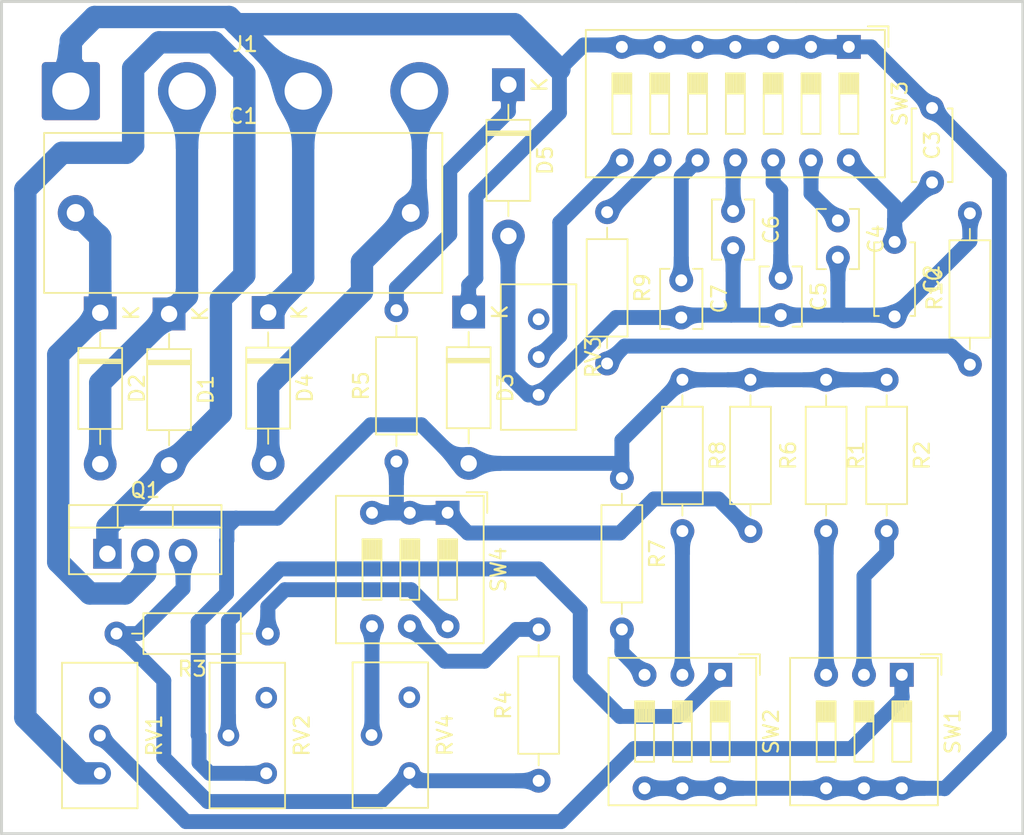
<source format=kicad_pcb>
(kicad_pcb (version 20221018) (generator pcbnew)
  (layers (0 "F.Cu" signal) (31 "B.Cu" signal) (34 "B.Paste" user) (35 "F.Paste" user) (36 "B.SilkS" user "B.Silkscreen") (37 "F.SilkS" user "F.Silkscreen") (38 "B.Mask" user) (39 "F.Mask" user) (44 "Edge.Cuts" user))
  (net 0 "")
  (net 1 "GND")
  (net 2 "Net-(C1-Pad1)")
  (net 3 "Net-(C2-Pad1)")
  (net 4 "RWIRE")
  (net 5 "Net-(C4-Pad1)")
  (net 6 "BWIRE")
  (net 7 "Net-(D5-Pad1)")
  (net 8 "Net-(D1-Pad2)")
  (net 9 "Net-(C2-Pad2)")
  (net 10 "Net-(C5-Pad1)")
  (net 11 "Net-(C6-Pad1)")
  (net 12 "Net-(C7-Pad1)")
  (net 13 "Net-(Q1-Pad3)")
  (net 14 "Net-(R1-Pad2)")
  (net 15 "Net-(R2-Pad2)")
  (net 16 "Net-(R3-Pad1)")
  (net 17 "Net-(R4-Pad2)")
  (net 18 "Net-(R5-Pad1)")
  (net 19 "Net-(R7-Pad2)")
  (net 20 "Net-(R8-Pad2)")
  (net 21 "Net-(R9-Pad1)")
  (net 22 "Net-(R10-Pad1)")
  (net 23 "Net-(RV1-Pad2)")
  (net 25 "Net-(RV2-Pad2)")
  (net 27 "Net-(RV3-Pad2)")
  (net 29 "Net-(RV4-Pad2)")
  (footprint "Potentiometer_THT:Potentiometer_Bourns_3296W_Vertical" (layer "F.Cu") (at 72.644 107.706 -90)
    (fp_text reference "RV1")
    (fp_text value "50")
  )
  (footprint "Package_TO_SOT_THT:TO-220-3_Vertical" (layer "F.Cu") (at 73.152 92.964)
    (fp_text reference "Q1")
    (fp_text value "TIC106")
  )
  (footprint "Resistor_THT:R_Axial_DIN0207_L6.3mm_D2.5mm_P10.16mm_Horizontal" (layer "F.Cu") (at 92.5576 86.7664 90)
    (fp_text reference "R5")
    (fp_text value "33")
  )
  (footprint "Button_Switch_THT:SW_DIP_SPSTx03_Slide_9.78x9.8mm_W7.62mm_P2.54mm" (layer "F.Cu") (at 95.997 90.2125 -90)
    (fp_text reference "SW4")
    (fp_text value "SW_DIP_x03")
  )
  (footprint "Capacitor_THT:C_Rect_L26.5mm_W10.5mm_P22.50mm_MKS4" (layer "F.Cu") (at 71.0206 70.0786)
    (fp_text reference "C1")
    (fp_text value "1uF")
  )
  (footprint "Resistor_THT:R_Axial_DIN0207_L6.3mm_D2.5mm_P10.16mm_Horizontal" (layer "F.Cu") (at 125.476 81.28 -90)
    (fp_text reference "R2")
    (fp_text value "16")
  )
  (footprint "Diode_THT:D_DO-41_SOD81_P10.16mm_Horizontal" (layer "F.Cu") (at 100.076 61.468 -90)
    (fp_text reference "D5")
    (fp_text value "1N4007")
  )
  (footprint "Diode_THT:D_DO-41_SOD81_P10.16mm_Horizontal" (layer "F.Cu") (at 97.409 76.7334 -90)
    (fp_text reference "D3")
    (fp_text value "1N4007")
  )
  (footprint "Resistor_THT:R_Axial_DIN0207_L6.3mm_D2.5mm_P10.16mm_Horizontal" (layer "F.Cu") (at 83.9216 98.3234 180)
    (fp_text reference "R3")
    (fp_text value "100")
  )
  (footprint "Capacitor_THT:C_Disc_D4.7mm_W2.5mm_P5.00mm" (layer "F.Cu") (at 128.524 63.032 -90)
    (fp_text reference "C3")
    (fp_text value "4.7uF")
  )
  (footprint "Potentiometer_THT:Potentiometer_Bourns_3296Y_Vertical" (layer "F.Cu") (at 93.4262 107.6806 -90)
    (fp_text reference "RV4")
    (fp_text value "500")
  )
  (footprint "Resistor_THT:R_Axial_DIN0207_L6.3mm_D2.5mm_P10.16mm_Horizontal" (layer "F.Cu") (at 131.064 80.264 90)
    (fp_text reference "R10")
    (fp_text value "10")
  )
  (footprint "Resistor_THT:R_Axial_DIN0207_L6.3mm_D2.5mm_P10.16mm_Horizontal" (layer "F.Cu") (at 121.412 81.28 -90)
    (fp_text reference "R1")
    (fp_text value "27")
  )
  (footprint "Capacitor_THT:C_Disc_D3.8mm_W2.6mm_P2.50mm" (layer "F.Cu") (at 122.1994 70.5812 -90)
    (fp_text reference "C4")
    (fp_text value "0.47uF")
  )
  (footprint "Connector_Wire:SolderWire-2sqmm_1x04_P7.8mm_D2mm_OD3.9mm" (layer "F.Cu") (at 70.6976 61.8998)
    (fp_text reference "J1")
    (fp_text value "Conn_01x04_Male")
  )
  (footprint "Capacitor_THT:C_Disc_D3.8mm_W2.6mm_P2.50mm" (layer "F.Cu") (at 118.364 74.442 -90)
    (fp_text reference "C5")
    (fp_text value "0.47uF")
  )
  (footprint "Resistor_THT:R_Axial_DIN0207_L6.3mm_D2.5mm_P10.16mm_Horizontal" (layer "F.Cu") (at 116.332 91.44 90)
    (fp_text reference "R6")
    (fp_text value "1K")
  )
  (footprint "Resistor_THT:R_Axial_DIN0207_L6.3mm_D2.5mm_P10.16mm_Horizontal" (layer "F.Cu") (at 111.76 81.28 -90)
    (fp_text reference "R8")
    (fp_text value "220")
  )
  (footprint "Potentiometer_THT:Potentiometer_Bourns_3296Y_Vertical" (layer "F.Cu") (at 83.82 107.706 -90)
    (fp_text reference "RV2")
    (fp_text value "500")
  )
  (footprint "Capacitor_THT:C_Disc_D4.7mm_W2.5mm_P5.00mm" (layer "F.Cu") (at 126.0094 72.0236 -90)
    (fp_text reference "C2")
    (fp_text value "4.7uF")
  )
  (footprint "Resistor_THT:R_Axial_DIN0207_L6.3mm_D2.5mm_P10.16mm_Horizontal" (layer "F.Cu") (at 106.7054 70.0278 -90)
    (fp_text reference "R9")
    (fp_text value "750")
  )
  (footprint "Diode_THT:D_DO-41_SOD81_P10.16mm_Horizontal" (layer "F.Cu") (at 83.947 76.7588 -90)
    (fp_text reference "D4")
    (fp_text value "1N4007")
  )
  (footprint "Potentiometer_THT:Potentiometer_Bourns_3296W_Vertical" (layer "F.Cu") (at 102.108 82.296 -90)
    (fp_text reference "RV3")
    (fp_text value "1k")
  )
  (footprint "Capacitor_THT:C_Disc_D3.8mm_W2.6mm_P2.50mm" (layer "F.Cu") (at 111.6838 74.5998 -90)
    (fp_text reference "C7")
    (fp_text value "0.47uF")
  )
  (footprint "Button_Switch_THT:SW_DIP_SPSTx07_Slide_9.78x19.96mm_W7.62mm_P2.54mm" (layer "F.Cu") (at 122.936 58.928 -90)
    (fp_text reference "SW3")
    (fp_text value "SW_DIP_x07")
  )
  (footprint "Diode_THT:D_DO-41_SOD81_P10.16mm_Horizontal" (layer "F.Cu") (at 77.2922 76.8604 -90)
    (fp_text reference "D1")
    (fp_text value "1N4007")
  )
  (footprint "Diode_THT:D_DO-41_SOD81_P10.16mm_Horizontal" (layer "F.Cu") (at 72.6694 76.7842 -90)
    (fp_text reference "D2")
    (fp_text value "1N4007")
  )
  (footprint "Resistor_THT:R_Axial_DIN0207_L6.3mm_D2.5mm_P10.16mm_Horizontal" (layer "F.Cu") (at 102.108 108.204 90)
    (fp_text reference "R4")
    (fp_text value "390")
  )
  (footprint "Resistor_THT:R_Axial_DIN0207_L6.3mm_D2.5mm_P10.16mm_Horizontal" (layer "F.Cu") (at 107.696 87.884 -90)
    (fp_text reference "R7")
    (fp_text value "120")
  )
  (footprint "Capacitor_THT:C_Disc_D3.8mm_W2.6mm_P2.50mm" (layer "F.Cu") (at 115.1636 69.9462 -90)
    (fp_text reference "C6")
    (fp_text value "0.47uF")
  )
  (footprint "Button_Switch_THT:SW_DIP_SPSTx03_Slide_9.78x9.8mm_W7.62mm_P2.54mm" (layer "F.Cu") (at 114.3 101.092 -90)
    (fp_text reference "SW2")
    (fp_text value "SW_DIP_x03")
  )
  (footprint "Button_Switch_THT:SW_DIP_SPSTx03_Slide_9.78x9.8mm_W7.62mm_P2.54mm" (layer "F.Cu") (at 126.492 101.092 -90)
    (fp_text reference "SW1")
    (fp_text value "SW_DIP_x03")
  )
  (gr_line (start 134.62 111.76) (end 134.62 55.88) (stroke (width 0.2)) (layer "Edge.Cuts"))
  (gr_line (start 66.04 55.88) (end 66.04 111.76) (stroke (width 0.2)) (layer "Edge.Cuts"))
  (gr_line (start 134.62 55.88) (end 119.38 55.88) (stroke (width 0.2)) (layer "Edge.Cuts"))
  (gr_line (start 119.38 55.88) (end 66.04 55.88) (stroke (width 0.2)) (layer "Edge.Cuts"))
  (gr_line (start 66.04 111.76) (end 134.62 111.76) (stroke (width 0.2)) (layer "Edge.Cuts"))
  (segment (start 107.696 58.928) (end 107.569 58.801) (width 1) (layer "B.Cu") (net 1))
  (segment (start 133.0452 67.5532) (end 133.0452 105.0544) (width 1) (layer "B.Cu") (net 1))
  (segment (start 97.8916 74.4505) (end 97.409 74.9331) (width 1) (layer "B.Cu") (net 1))
  (segment (start 100.4796 57.404) (end 103.5039 60.4283) (width 1.5) (layer "B.Cu") (net 1))
  (segment (start 114.3 108.712) (end 111.76 108.712) (width 1) (layer "B.Cu") (net 1))
  (segment (start 103.5039 60.4283) (end 103.5039 63.3487) (width 1) (layer "B.Cu") (net 1))
  (segment (start 120.396 58.928) (end 122.936 58.928) (width 1) (layer "B.Cu") (net 1))
  (segment (start 81.8018 57.404) (end 86.2976 61.8998) (width 1.5) (layer "B.Cu") (net 1))
  (segment (start 107.696 58.928) (end 110.236 58.928) (width 1) (layer "B.Cu") (net 1))
  (segment (start 112.776 58.928) (end 115.316 58.928) (width 1) (layer "B.Cu") (net 1))
  (segment (start 97.8916 68.961) (end 97.8916 74.4505) (width 1) (layer "B.Cu") (net 1))
  (segment (start 122.936 58.928) (end 124.4363 58.928) (width 1) (layer "B.Cu") (net 1))
  (segment (start 107.569 58.801) (end 105.1312 58.801) (width 1) (layer "B.Cu") (net 1))
  (segment (start 86.2976 74.4082) (end 83.947 76.7588) (width 1.5) (layer "B.Cu") (net 1))
  (segment (start 81.8018 57.404) (end 100.4796 57.404) (width 1.5) (layer "B.Cu") (net 1))
  (segment (start 129.3622 108.7374) (end 129.3368 108.712) (width 1) (layer "B.Cu") (net 1))
  (segment (start 86.2976 61.8998) (end 86.2976 74.4082) (width 1.5) (layer "B.Cu") (net 1))
  (segment (start 103.5039 63.3487) (end 97.8916 68.961) (width 1) (layer "B.Cu") (net 1))
  (segment (start 110.236 58.928) (end 112.776 58.928) (width 1) (layer "B.Cu") (net 1))
  (segment (start 97.409 74.9331) (end 97.409 76.7334) (width 1) (layer "B.Cu") (net 1))
  (segment (start 126.492 108.712) (end 123.952 108.712) (width 1) (layer "B.Cu") (net 1))
  (segment (start 133.0452 105.0544) (end 129.3622 108.7374) (width 1) (layer "B.Cu") (net 1))
  (segment (start 81.3192 56.9214) (end 81.8018 57.404) (width 1.5) (layer "B.Cu") (net 1))
  (segment (start 121.412 108.712) (end 114.3 108.712) (width 1) (layer "B.Cu") (net 1))
  (segment (start 70.6976 58.5122) (end 72.2884 56.9214) (width 1.5) (layer "B.Cu") (net 1))
  (segment (start 128.524 63.032) (end 133.0452 67.5532) (width 1) (layer "B.Cu") (net 1))
  (segment (start 72.2884 56.9214) (end 81.3192 56.9214) (width 1.5) (layer "B.Cu") (net 1))
  (segment (start 115.316 58.928) (end 117.856 58.928) (width 1) (layer "B.Cu") (net 1))
  (segment (start 128.524 63.032) (end 124.4363 58.9443) (width 1) (layer "B.Cu") (net 1))
  (segment (start 111.76 108.712) (end 109.22 108.712) (width 1) (layer "B.Cu") (net 1))
  (segment (start 70.6976 61.8998) (end 70.6976 58.5122) (width 1.5) (layer "B.Cu") (net 1))
  (segment (start 124.4363 58.9443) (end 124.4363 58.928) (width 1) (layer "B.Cu") (net 1))
  (segment (start 117.856 58.928) (end 120.396 58.928) (width 1) (layer "B.Cu") (net 1))
  (segment (start 105.1312 58.801) (end 103.5039 60.4283) (width 1) (layer "B.Cu") (net 1))
  (segment (start 129.3368 108.712) (end 126.492 108.712) (width 1) (layer "B.Cu") (net 1))
  (segment (start 123.952 108.712) (end 121.412 108.712) (width 1) (layer "B.Cu") (net 1))
  (segment (start 69.85 93.513522) (end 69.85 79.6036) (width 1.5) (layer "B.Cu") (net 2))
  (segment (start 72.6694 71.7274) (end 71.0206 70.0786) (width 1.5) (layer "B.Cu") (net 2))
  (segment (start 74.336522 95.631) (end 71.967478 95.631) (width 1.5) (layer "B.Cu") (net 2))
  (segment (start 75.692 92.964) (end 75.692 94.275522) (width 1.5) (layer "B.Cu") (net 2))
  (segment (start 69.85 79.6036) (end 72.6694 76.7842) (width 1.5) (layer "B.Cu") (net 2))
  (segment (start 75.692 94.275522) (end 74.336522 95.631) (width 1.5) (layer "B.Cu") (net 2))
  (segment (start 71.967478 95.631) (end 69.85 93.513522) (width 1.5) (layer "B.Cu") (net 2))
  (segment (start 72.6694 76.7842) (end 72.6694 71.7274) (width 1.5) (layer "B.Cu") (net 2))
  (segment (start 126.0094 72.0236) (end 126.0094 70.5466) (width 1) (layer "B.Cu") (net 3))
  (segment (start 126.0094 72.0236) (end 126.0094 69.6214) (width 1) (layer "B.Cu") (net 3))
  (segment (start 126.0094 70.5466) (end 128.524 68.032) (width 1) (layer "B.Cu") (net 3))
  (segment (start 126.0094 69.6214) (end 122.936 66.548) (width 1) (layer "B.Cu") (net 3))
  (segment (start 90.2462 75.36757) (end 90.2462 73.353) (width 1.5) (layer "B.Cu") (net 4))
  (segment (start 94.0976 69.5016) (end 93.5206 70.0786) (width 1) (layer "B.Cu") (net 4))
  (segment (start 94.0976 61.8998) (end 94.0976 69.5016) (width 1) (layer "B.Cu") (net 4))
  (segment (start 83.947 86.9188) (end 83.947 81.66677) (width 1.5) (layer "B.Cu") (net 4))
  (segment (start 90.2462 73.353) (end 93.5206 70.0786) (width 1.5) (layer "B.Cu") (net 4))
  (segment (start 83.947 81.66677) (end 90.2462 75.36757) (width 1.5) (layer "B.Cu") (net 4))
  (segment (start 120.396 68.7778) (end 120.396 66.548) (width 1) (layer "B.Cu") (net 5))
  (segment (start 122.1994 70.5812) (end 120.396 68.7778) (width 1) (layer "B.Cu") (net 5))
  (segment (start 72.6694 81.4832) (end 77.2922 76.8604) (width 1.5) (layer "B.Cu") (net 6))
  (segment (start 78.4976 61.8998) (end 78.4976 75.655) (width 1.5) (layer "B.Cu") (net 6))
  (segment (start 72.6694 86.9442) (end 72.6694 81.4832) (width 1.5) (layer "B.Cu") (net 6))
  (segment (start 78.4976 75.655) (end 77.2922 76.8604) (width 1.5) (layer "B.Cu") (net 6))
  (segment (start 100.076 63.2683) (end 96.139 67.2053) (width 1) (layer "B.Cu") (net 7))
  (segment (start 96.139 67.2053) (end 96.139 71.5247) (width 1) (layer "B.Cu") (net 7))
  (segment (start 96.139 71.5247) (end 92.5576 75.1061) (width 1) (layer "B.Cu") (net 7))
  (segment (start 100.076 61.468) (end 100.076 63.2683) (width 1) (layer "B.Cu") (net 7))
  (segment (start 92.5576 75.1061) (end 92.5576 76.6064) (width 1) (layer "B.Cu") (net 7))
  (segment (start 71.384 107.706) (end 67.6402 103.9622) (width 1.5) (layer "B.Cu") (net 8))
  (segment (start 94.234 84.3026) (end 90.8304 84.3026) (width 1) (layer "B.Cu") (net 8))
  (segment (start 79.30452 105.198014) (end 79.30452 106.99052) (width 1) (layer "B.Cu") (net 8))
  (segment (start 73.152 91.1606) (end 73.152 92.964) (width 1.5) (layer "B.Cu") (net 8))
  (segment (start 97.409 86.8934) (end 99.2093 86.8934) (width 1) (layer "B.Cu") (net 8))
  (segment (start 121.412 81.28) (end 125.476 81.28) (width 1) (layer "B.Cu") (net 8))
  (segment (start 81.153 92.075) (end 81.153 95.631) (width 1) (layer "B.Cu") (net 8))
  (segment (start 80.772 75.834778) (end 80.772 83.5406) (width 1.5) (layer "B.Cu") (net 8))
  (segment (start 81.153 95.631) (end 79.248 97.536) (width 1) (layer "B.Cu") (net 8))
  (segment (start 70.104 66.04) (end 74.422 66.04) (width 1.5) (layer "B.Cu") (net 8))
  (segment (start 116.332 81.28) (end 121.412 81.28) (width 1) (layer "B.Cu") (net 8))
  (segment (start 81.788 90.5764) (end 73.7362 90.5764) (width 1) (layer "B.Cu") (net 8))
  (segment (start 107.696 85.344) (end 111.76 81.28) (width 1) (layer "B.Cu") (net 8))
  (segment (start 84.5566 90.5764) (end 81.788 90.5764) (width 1) (layer "B.Cu") (net 8))
  (segment (start 90.8304 84.3026) (end 84.5566 90.5764) (width 1) (layer "B.Cu") (net 8))
  (segment (start 67.6402 68.5038) (end 70.104 66.04) (width 1.5) (layer "B.Cu") (net 8))
  (segment (start 76.63408 58.62092) (end 80.31252 58.62092) (width 1.5) (layer "B.Cu") (net 8))
  (segment (start 82.3468 60.6552) (end 82.3468 74.259978) (width 1.5) (layer "B.Cu") (net 8))
  (segment (start 67.6402 103.9622) (end 67.6402 68.5038) (width 1.5) (layer "B.Cu") (net 8))
  (segment (start 77.2922 87.0204) (end 73.152 91.1606) (width 1.5) (layer "B.Cu") (net 8))
  (segment (start 80.772 83.5406) (end 77.2922 87.0204) (width 1.5) (layer "B.Cu") (net 8))
  (segment (start 72.644 107.706) (end 71.384 107.706) (width 1.5) (layer "B.Cu") (net 8))
  (segment (start 74.8792 60.3758) (end 76.63408 58.62092) (width 1.5) (layer "B.Cu") (net 8))
  (segment (start 81.1784 91.186) (end 81.1784 92.0496) (width 1) (layer "B.Cu") (net 8))
  (segment (start 79.248 97.536) (end 79.248 105.141493) (width 1) (layer "B.Cu") (net 8))
  (segment (start 107.696 86.8934) (end 107.696 85.344) (width 1) (layer "B.Cu") (net 8))
  (segment (start 107.696 87.884) (end 107.696 86.8934) (width 1) (layer "B.Cu") (net 8))
  (segment (start 82.3468 74.259978) (end 80.772 75.834778) (width 1.5) (layer "B.Cu") (net 8))
  (segment (start 97.409 86.8934) (end 96.8248 86.8934) (width 1) (layer "B.Cu") (net 8))
  (segment (start 80.31252 58.62092) (end 82.3468 60.6552) (width 1.5) (layer "B.Cu") (net 8))
  (segment (start 79.248 105.141493) (end 79.30452 105.198014) (width 1) (layer "B.Cu") (net 8))
  (segment (start 73.7362 90.5764) (end 73.152 91.1606) (width 1) (layer "B.Cu") (net 8))
  (segment (start 80.02 107.706) (end 83.82 107.706) (width 1) (layer "B.Cu") (net 8))
  (segment (start 74.8792 65.5828) (end 74.8792 60.3758) (width 1.5) (layer "B.Cu") (net 8))
  (segment (start 79.30452 106.99052) (end 80.02 107.706) (width 1) (layer "B.Cu") (net 8))
  (segment (start 74.422 66.04) (end 74.8792 65.5828) (width 1.5) (layer "B.Cu") (net 8))
  (segment (start 107.696 86.8934) (end 99.2093 86.8934) (width 1) (layer "B.Cu") (net 8))
  (segment (start 96.8248 86.8934) (end 94.234 84.3026) (width 1) (layer "B.Cu") (net 8))
  (segment (start 111.76 81.28) (end 114.8317 81.28) (width 1) (layer "B.Cu") (net 8))
  (segment (start 81.788 90.5764) (end 81.1784 91.186) (width 1) (layer "B.Cu") (net 8))
  (segment (start 116.332 81.28) (end 114.8317 81.28) (width 1) (layer "B.Cu") (net 8))
  (segment (start 81.1784 92.0496) (end 81.153 92.075) (width 1) (layer "B.Cu") (net 8))
  (segment (start 115.1636 76.8204) (end 115.042 76.942) (width 1) (layer "B.Cu") (net 9))
  (segment (start 118.364 76.942) (end 122.5242 76.942) (width 1) (layer "B.Cu") (net 9))
  (segment (start 122.1994 76.6172) (end 122.5242 76.942) (width 1) (layer "B.Cu") (net 9))
  (segment (start 125.9278 76.942) (end 126.0094 77.0236) (width 1) (layer "B.Cu") (net 9))
  (segment (start 102.108 82.296) (end 107.3042 77.0998) (width 1) (layer "B.Cu") (net 9))
  (segment (start 122.5242 76.942) (end 125.9278 76.942) (width 1) (layer "B.Cu") (net 9))
  (segment (start 131.064 70.104) (end 131.064 71.969) (width 1) (layer "B.Cu") (net 9))
  (segment (start 101.4222 82.296) (end 100.0506 80.9244) (width 1) (layer "B.Cu") (net 9))
  (segment (start 131.064 71.969) (end 126.0094 77.0236) (width 1) (layer "B.Cu") (net 9))
  (segment (start 102.108 82.296) (end 101.4222 82.296) (width 1) (layer "B.Cu") (net 9))
  (segment (start 100.0506 71.6534) (end 100.076 71.628) (width 1) (layer "B.Cu") (net 9))
  (segment (start 111.8416 76.942) (end 111.6838 77.0998) (width 1) (layer "B.Cu") (net 9))
  (segment (start 115.042 76.942) (end 111.8416 76.942) (width 1) (layer "B.Cu") (net 9))
  (segment (start 122.1994 73.0812) (end 122.1994 76.6172) (width 1) (layer "B.Cu") (net 9))
  (segment (start 118.364 76.942) (end 115.042 76.942) (width 1) (layer "B.Cu") (net 9))
  (segment (start 107.3042 77.0998) (end 111.6838 77.0998) (width 1) (layer "B.Cu") (net 9))
  (segment (start 100.0506 80.9244) (end 100.0506 71.6534) (width 1) (layer "B.Cu") (net 9))
  (segment (start 115.1636 72.4462) (end 115.1636 76.8204) (width 1) (layer "B.Cu") (net 9))
  (segment (start 117.856 68.0483) (end 118.364 68.5563) (width 1) (layer "B.Cu") (net 10))
  (segment (start 118.364 68.5563) (end 118.364 74.442) (width 1) (layer "B.Cu") (net 10))
  (segment (start 117.856 66.548) (end 117.856 68.0483) (width 1) (layer "B.Cu") (net 10))
  (segment (start 115.1636 69.9462) (end 115.1636 66.7004) (width 1) (layer "B.Cu") (net 11))
  (segment (start 115.1636 66.7004) (end 115.316 66.548) (width 1) (layer "B.Cu") (net 11))
  (segment (start 111.6838 74.5998) (end 111.6838 67.6402) (width 1) (layer "B.Cu") (net 12))
  (segment (start 111.6838 67.6402) (end 112.776 66.548) (width 1) (layer "B.Cu") (net 12))
  (segment (start 76.9366 106.6546) (end 79.883 109.601) (width 1) (layer "B.Cu") (net 13))
  (segment (start 73.787 98.3234) (end 76.9366 101.473) (width 1) (layer "B.Cu") (net 13))
  (segment (start 93.9496 108.204) (end 93.4262 107.6806) (width 1) (layer "B.Cu") (net 13))
  (segment (start 75.2094 98.3234) (end 78.232 95.3008) (width 1) (layer "B.Cu") (net 13))
  (segment (start 78.232 95.3008) (end 78.232 92.964) (width 1) (layer "B.Cu") (net 13))
  (segment (start 93.4262 107.6806) (end 91.5058 109.601) (width 1) (layer "B.Cu") (net 13))
  (segment (start 73.7616 98.3234) (end 75.2094 98.3234) (width 1) (layer "B.Cu") (net 13))
  (segment (start 73.7616 98.3234) (end 73.787 98.3234) (width 1) (layer "B.Cu") (net 13))
  (segment (start 76.9366 101.473) (end 76.9366 106.6546) (width 1) (layer "B.Cu") (net 13))
  (segment (start 102.108 108.204) (end 93.9496 108.204) (width 1) (layer "B.Cu") (net 13))
  (segment (start 91.5058 109.601) (end 79.883 109.601) (width 1) (layer "B.Cu") (net 13))
  (segment (start 121.412 101.092) (end 121.412 91.44) (width 1) (layer "B.Cu") (net 14))
  (segment (start 123.952 94.4643) (end 125.476 92.9403) (width 1) (layer "B.Cu") (net 15))
  (segment (start 125.476 91.44) (end 125.476 92.9403) (width 1) (layer "B.Cu") (net 15))
  (segment (start 123.952 101.092) (end 123.952 94.4643) (width 1) (layer "B.Cu") (net 15))
  (segment (start 83.9216 96.52) (end 85.0646 95.377) (width 1) (layer "B.Cu") (net 16))
  (segment (start 83.9216 98.3234) (end 83.9216 96.52) (width 1) (layer "B.Cu") (net 16))
  (segment (start 85.0646 95.377) (end 93.5415 95.377) (width 1) (layer "B.Cu") (net 16))
  (segment (start 93.5415 95.377) (end 95.997 97.8325) (width 1) (layer "B.Cu") (net 16))
  (segment (start 95.8021 100.1776) (end 93.457 97.8325) (width 1) (layer "B.Cu") (net 17))
  (segment (start 102.108 98.044) (end 100.6077 98.044) (width 1) (layer "B.Cu") (net 17))
  (segment (start 100.6077 98.044) (end 98.4741 100.1776) (width 1) (layer "B.Cu") (net 17))
  (segment (start 98.4741 100.1776) (end 95.8021 100.1776) (width 1) (layer "B.Cu") (net 17))
  (segment (start 116.332 91.44) (end 114.173 89.281) (width 1) (layer "B.Cu") (net 18))
  (segment (start 109.855 89.281) (end 107.569 91.567) (width 1) (layer "B.Cu") (net 18))
  (segment (start 114.173 89.281) (end 109.855 89.281) (width 1) (layer "B.Cu") (net 18))
  (segment (start 92.5576 90.2125) (end 92.5576 86.7664) (width 1) (layer "B.Cu") (net 18))
  (segment (start 107.569 91.567) (end 97.3515 91.567) (width 1) (layer "B.Cu") (net 18))
  (segment (start 90.917 90.2125) (end 92.5576 90.2125) (width 1) (layer "B.Cu") (net 18))
  (segment (start 97.3515 91.567) (end 95.997 90.2125) (width 1) (layer "B.Cu") (net 18))
  (segment (start 93.457 90.2125) (end 95.997 90.2125) (width 1) (layer "B.Cu") (net 18))
  (segment (start 92.5576 90.2125) (end 93.457 90.2125) (width 1) (layer "B.Cu") (net 18))
  (segment (start 107.696 99.568) (end 109.22 101.092) (width 1) (layer "B.Cu") (net 19))
  (segment (start 107.696 98.044) (end 107.696 99.568) (width 1) (layer "B.Cu") (net 19))
  (segment (start 111.76 101.092) (end 111.76 91.44) (width 1) (layer "B.Cu") (net 20))
  (segment (start 106.7562 70.0278) (end 110.236 66.548) (width 1) (layer "B.Cu") (net 21))
  (segment (start 106.7054 70.0278) (end 106.7562 70.0278) (width 1) (layer "B.Cu") (net 21))
  (segment (start 131.064 80.264) (end 129.8194 79.0194) (width 1) (layer "B.Cu") (net 22))
  (segment (start 107.8738 79.0194) (end 106.7054 80.1878) (width 1) (layer "B.Cu") (net 22))
  (segment (start 129.8194 79.0194) (end 107.8738 79.0194) (width 1) (layer "B.Cu") (net 22))
  (segment (start 123.1138 106.045) (end 108.5169 106.045) (width 1) (layer "B.Cu") (net 23))
  (segment (start 78.4252 110.9472) (end 72.644 105.166) (width 1) (layer "B.Cu") (net 23))
  (segment (start 126.492 101.092) (end 126.492 102.6668) (width 1) (layer "B.Cu") (net 23))
  (segment (start 103.6147 110.9472) (end 78.4252 110.9472) (width 1) (layer "B.Cu") (net 23))
  (segment (start 108.5169 106.045) (end 103.6147 110.9472) (width 1) (layer "B.Cu") (net 23))
  (segment (start 126.492 102.6668) (end 123.1138 106.045) (width 1) (layer "B.Cu") (net 23))
  (segment (start 111.506 103.886) (end 107.569 103.886) (width 1) (layer "B.Cu") (net 25))
  (segment (start 81.28 97.465222) (end 81.28 105.166) (width 1) (layer "B.Cu") (net 25))
  (segment (start 104.902 96.774) (end 102.108 93.98) (width 1) (layer "B.Cu") (net 25))
  (segment (start 84.765222 93.98) (end 81.28 97.465222) (width 1) (layer "B.Cu") (net 25))
  (segment (start 114.3 101.092) (end 111.506 103.886) (width 1) (layer "B.Cu") (net 25))
  (segment (start 104.902 101.219) (end 104.902 96.774) (width 1) (layer "B.Cu") (net 25))
  (segment (start 102.108 93.98) (end 84.765222 93.98) (width 1) (layer "B.Cu") (net 25))
  (segment (start 107.569 103.886) (end 104.902 101.219) (width 1) (layer "B.Cu") (net 25))
  (segment (start 107.696 66.548) (end 103.527511 70.716489) (width 1) (layer "B.Cu") (net 27))
  (segment (start 103.527511 78.336489) (end 102.108 79.756) (width 1) (layer "B.Cu") (net 27))
  (segment (start 103.527511 70.716489) (end 103.527511 78.336489) (width 1) (layer "B.Cu") (net 27))
  (segment (start 90.917 105.1098) (end 90.8862 105.1406) (width 1) (layer "B.Cu") (net 29))
  (segment (start 90.917 97.8325) (end 90.917 105.1098) (width 1) (layer "B.Cu") (net 29))
  (zone (net 14) (net_name "Net-(R1-Pad2)") (layer "B.Cu") (priority 16962) (connect_pads yes (clearance 0)) (min_thickness 0.0254) (fill yes (thermal_gap 0.508) (thermal_bridge_width 0.508))
    (polygon (pts (xy 121.912 93.03) (xy 121.912719 92.853309) (xy 121.915537 92.698801) (xy 121.921439 92.562537) (xy 121.931413 92.440579) (xy 121.946444 92.32899) (xy 121.967519 92.223829) (xy 121.995626 92.121159) (xy 122.03175 92.017042) (xy 122.076879 91.907538) (xy 122.132 91.788711) (xy 121.412 91.04) (xy 120.692 91.788711) (xy 120.74712 91.907538) (xy 120.792249 92.017042) (xy 120.828373 92.121159) (xy 120.85648 92.223829) (xy 120.877555 92.32899) (xy 120.892586 92.440579) (xy 120.90256 92.562537) (xy 120.908462 92.698801) (xy 120.91128 92.853309) (xy 120.912 93.03)))
  )
  (zone (net 18) (net_name "Net-(R5-Pad1)") (layer "B.Cu") (priority 16962) (connect_pads yes (clearance 0)) (min_thickness 0.0254) (fill yes (thermal_gap 0.508) (thermal_bridge_width 0.508))
    (polygon (pts (xy 97.474852 90.983246) (xy 97.350421 90.857797) (xy 97.24316 90.746551) (xy 97.150981 90.646025) (xy 97.071796 90.552736) (xy 97.003519 90.463202) (xy 96.944062 90.373939) (xy 96.891338 90.281466) (xy 96.84326 90.182301) (xy 96.79774 90.072959) (xy 96.752693 89.94996) (xy 95.714158 89.929658) (xy 95.73446 90.968193) (xy 95.857459 91.01324) (xy 95.966801 91.05876) (xy 96.065966 91.106838) (xy 96.158439 91.159562) (xy 96.247702 91.219019) (xy 96.337236 91.287296) (xy 96.430525 91.366481) (xy 96.531051 91.45866) (xy 96.642297 91.565921) (xy 96.767746 91.690352)))
  )
  (zone (net 1) (net_name "GND") (layer "B.Cu") (priority 16962) (connect_pads yes (clearance 0)) (min_thickness 0.0254) (fill yes (thermal_gap 0.508) (thermal_bridge_width 0.508))
    (polygon (pts (xy 127.046148 62.261254) (xy 127.170578 62.386702) (xy 127.277839 62.497948) (xy 127.370018 62.598474) (xy 127.449203 62.691763) (xy 127.51748 62.781297) (xy 127.576937 62.87056) (xy 127.629661 62.963033) (xy 127.677739 63.062198) (xy 127.723259 63.17154) (xy 127.768307 63.29454) (xy 128.806842 63.314842) (xy 128.78654 62.276307) (xy 128.66354 62.231259) (xy 128.554198 62.185739) (xy 128.455033 62.137661) (xy 128.36256 62.084937) (xy 128.273297 62.02548) (xy 128.183763 61.957203) (xy 128.090474 61.878018) (xy 127.989948 61.785839) (xy 127.878702 61.678578) (xy 127.753254 61.554148)))
  )
  (zone (net 9) (net_name "Net-(C2-Pad2)") (layer "B.Cu") (priority 16962) (connect_pads yes (clearance 0)) (min_thickness 0.0254) (fill yes (thermal_gap 0.508) (thermal_bridge_width 0.508))
    (polygon (pts (xy 116.774 77.442) (xy 116.95069 77.442719) (xy 117.105198 77.445537) (xy 117.241462 77.451439) (xy 117.36342 77.461413) (xy 117.475009 77.476444) (xy 117.58017 77.497519) (xy 117.68284 77.525626) (xy 117.786957 77.56175) (xy 117.896461 77.606879) (xy 118.015289 77.662) (xy 118.764 76.942) (xy 118.015289 76.222) (xy 117.896461 76.27712) (xy 117.786957 76.322249) (xy 117.68284 76.358373) (xy 117.58017 76.38648) (xy 117.475009 76.407555) (xy 117.36342 76.422586) (xy 117.241462 76.43256) (xy 117.105198 76.438462) (xy 116.95069 76.44128) (xy 116.774 76.442)))
  )
  (zone (net 1) (net_name "GND") (layer "B.Cu") (priority 16962) (connect_pads yes (clearance 0)) (min_thickness 0.0254) (fill yes (thermal_gap 0.508) (thermal_bridge_width 0.508))
    (polygon (pts (xy 97.338078 74.296917) (xy 97.177437 74.484207) (xy 97.069752 74.664227) (xy 97.002659 74.837917) (xy 96.963798 75.00622) (xy 96.940804 75.170075) (xy 96.921317 75.330425) (xy 96.892973 75.488209) (xy 96.843411 75.644369) (xy 96.760269 75.799847) (xy 96.631183 75.955583) (xy 97.409 77.2834) (xy 98.399 76.253922) (xy 98.320509 76.115319) (xy 98.229328 75.984705) (xy 98.13381 75.860217) (xy 98.042304 75.739995) (xy 97.963161 75.622178) (xy 97.904733 75.504904) (xy 97.87537 75.386312) (xy 97.883423 75.264542) (xy 97.937244 75.137732) (xy 98.045183 75.004022)))
  )
  (zone (net 8) (net_name "Net-(D1-Pad2)") (layer "B.Cu") (priority 16962) (connect_pads yes (clearance 0)) (min_thickness 0.0254) (fill yes (thermal_gap 0.508) (thermal_bridge_width 0.508))
    (polygon (pts (xy 95.262095 86.037801) (xy 95.46085 86.241702) (xy 95.625484 86.420646) (xy 95.763217 86.580162) (xy 95.88127 86.725778) (xy 95.986863 86.863022) (xy 96.087217 86.997423) (xy 96.189552 87.134509) (xy 96.30109 87.27981) (xy 96.42905 87.438853) (xy 96.580653 87.617168) (xy 97.915229 87.108414) (xy 97.354705 85.794741) (xy 97.185053 85.802851) (xy 97.031376 85.807381) (xy 96.890276 85.80513) (xy 96.758354 85.792898) (xy 96.63221 85.767484) (xy 96.508445 85.725689) (xy 96.383661 85.664313) (xy 96.254458 85.580155) (xy 96.117438 85.470015) (xy 95.969201 85.330695)))
  )
  (zone (net 13) (net_name "Net-(Q1-Pad3)") (layer "B.Cu") (priority 16962) (connect_pads yes (clearance 0)) (min_thickness 0.0254) (fill yes (thermal_gap 0.508) (thermal_bridge_width 0.508))
    (polygon (pts (xy 100.518 108.704) (xy 100.69469 108.704719) (xy 100.849198 108.707537) (xy 100.985462 108.713439) (xy 101.10742 108.723413) (xy 101.219009 108.738444) (xy 101.32417 108.759519) (xy 101.42684 108.787626) (xy 101.530957 108.82375) (xy 101.640461 108.868879) (xy 101.759289 108.924) (xy 102.508 108.204) (xy 101.759289 107.484) (xy 101.640461 107.53912) (xy 101.530957 107.584249) (xy 101.42684 107.620373) (xy 101.32417 107.64848) (xy 101.219009 107.669555) (xy 101.10742 107.684586) (xy 100.985462 107.69456) (xy 100.849198 107.700462) (xy 100.69469 107.70328) (xy 100.518 107.704)))
  )
  (zone (net 1) (net_name "GND") (layer "B.Cu") (priority 16962) (connect_pads yes (clearance 0)) (min_thickness 0.0254) (fill yes (thermal_gap 0.508) (thermal_bridge_width 0.508))
    (polygon (pts (xy 110.17 109.212) (xy 110.34669 109.212719) (xy 110.501198 109.215537) (xy 110.637462 109.221439) (xy 110.75942 109.231413) (xy 110.871009 109.246444) (xy 110.97617 109.267519) (xy 111.07884 109.295626) (xy 111.182957 109.33175) (xy 111.292461 109.376879) (xy 111.411289 109.432) (xy 112.16 108.712) (xy 111.411289 107.992) (xy 111.292461 108.04712) (xy 111.182957 108.092249) (xy 111.07884 108.128373) (xy 110.97617 108.15648) (xy 110.871009 108.177555) (xy 110.75942 108.192586) (xy 110.637462 108.20256) (xy 110.501198 108.208462) (xy 110.34669 108.21128) (xy 110.17 108.212)))
  )
  (zone (net 1) (net_name "GND") (layer "B.Cu") (priority 16962) (connect_pads yes (clearance 0)) (min_thickness 0.0254) (fill yes (thermal_gap 0.508) (thermal_bridge_width 0.508))
    (polygon (pts (xy 118.806 59.428) (xy 118.98269 59.428719) (xy 119.137198 59.431537) (xy 119.273462 59.437439) (xy 119.39542 59.447413) (xy 119.507009 59.462444) (xy 119.61217 59.483519) (xy 119.71484 59.511626) (xy 119.818957 59.54775) (xy 119.928461 59.592879) (xy 120.047289 59.648) (xy 120.796 58.928) (xy 120.047289 58.208) (xy 119.928461 58.26312) (xy 119.818957 58.308249) (xy 119.71484 58.344373) (xy 119.61217 58.37248) (xy 119.507009 58.393555) (xy 119.39542 58.408586) (xy 119.273462 58.41856) (xy 119.137198 58.424462) (xy 118.98269 58.42728) (xy 118.806 58.428)))
  )
  (zone (net 1) (net_name "GND") (layer "B.Cu") (priority 16962) (connect_pads yes (clearance 0)) (min_thickness 0.0254) (fill yes (thermal_gap 0.508) (thermal_bridge_width 0.508))
    (polygon (pts (xy 130.001852 63.802746) (xy 129.877421 63.677297) (xy 129.77016 63.566051) (xy 129.677981 63.465525) (xy 129.598796 63.372236) (xy 129.530519 63.282702) (xy 129.471062 63.193439) (xy 129.418338 63.100966) (xy 129.37026 63.001801) (xy 129.32474 62.892459) (xy 129.279693 62.76946) (xy 128.241158 62.749158) (xy 128.26146 63.787693) (xy 128.384459 63.83274) (xy 128.493801 63.87826) (xy 128.592966 63.926338) (xy 128.685439 63.979062) (xy 128.774702 64.038519) (xy 128.864236 64.106796) (xy 128.957525 64.185981) (xy 129.058051 64.27816) (xy 129.169297 64.385421) (xy 129.294746 64.509852)))
  )
  (zone (net 9) (net_name "Net-(C2-Pad2)") (layer "B.Cu") (priority 16962) (connect_pads yes (clearance 0)) (min_thickness 0.0254) (fill yes (thermal_gap 0.508) (thermal_bridge_width 0.508))
    (polygon (pts (xy 126.780146 75.545748) (xy 126.654697 75.670178) (xy 126.543451 75.777439) (xy 126.442925 75.869618) (xy 126.349636 75.948803) (xy 126.260102 76.01708) (xy 126.170839 76.076537) (xy 126.078366 76.129261) (xy 125.979201 76.177339) (xy 125.869859 76.222859) (xy 125.74686 76.267907) (xy 125.726558 77.306442) (xy 126.765093 77.28614) (xy 126.81014 77.16314) (xy 126.85566 77.053798) (xy 126.903738 76.954633) (xy 126.956462 76.86216) (xy 127.015919 76.772897) (xy 127.084196 76.683363) (xy 127.163381 76.590074) (xy 127.25556 76.489548) (xy 127.362821 76.378302) (xy 127.487252 76.252854)))
  )
  (zone (net 29) (net_name "Net-(RV4-Pad2)") (layer "B.Cu") (priority 16962) (connect_pads yes (clearance 0)) (min_thickness 0.0254) (fill yes (thermal_gap 0.508) (thermal_bridge_width 0.508))
    (polygon (pts (xy 90.417 103.6998) (xy 90.41717 103.856788) (xy 90.416874 103.996019) (xy 90.414899 104.120233) (xy 90.410031 104.23217) (xy 90.401059 104.334568) (xy 90.38677 104.430169) (xy 90.365951 104.521711) (xy 90.33739 104.611934) (xy 90.299873 104.703577) (xy 90.25219 104.799382) (xy 90.870832 105.500271) (xy 91.547007 104.85471) (xy 91.505647 104.750877) (xy 91.47388 104.652611) (xy 91.450471 104.556853) (xy 91.434187 104.460544) (xy 91.423794 104.360624) (xy 91.418058 104.254034) (xy 91.415744 104.137716) (xy 91.415619 104.00861) (xy 91.416449 103.863658) (xy 91.417 103.6998)))
  )
  (zone (net 8) (net_name "Net-(D1-Pad2)") (layer "B.Cu") (priority 16962) (connect_pads yes (clearance 0)) (min_thickness 0.0254) (fill yes (thermal_gap 0.508) (thermal_bridge_width 0.508))
    (polygon (pts (xy 107.196 86.9034) (xy 107.195223 86.963244) (xy 107.193007 87.020682) (xy 107.189519 87.074979) (xy 107.184926 87.125399) (xy 107.179397 87.171208) (xy 107.173099 87.21167) (xy 107.166202 87.24605) (xy 107.158871 87.273613) (xy 107.151276 87.293624) (xy 107.143585 87.305349) (xy 107.696 88.284) (xy 108.248415 87.305349) (xy 108.240723 87.293624) (xy 108.233128 87.273613) (xy 108.225797 87.24605) (xy 108.2189 87.21167) (xy 108.212602 87.171208) (xy 108.207073 87.125399) (xy 108.20248 87.074979) (xy 108.198992 87.020682) (xy 108.196776 86.963244) (xy 108.196 86.9034)))
  )
  (zone (net 1) (net_name "GND") (layer "B.Cu") (priority 16962) (connect_pads yes (clearance 0)) (min_thickness 0.0254) (fill yes (thermal_gap 0.508) (thermal_bridge_width 0.508))
    (polygon (pts (xy 124.848826 58.64972) (xy 124.702406 58.532973) (xy 124.555998 58.467105) (xy 124.410573 58.44037) (xy 124.267101 58.441022) (xy 124.126554 58.457316) (xy 123.989904 58.477507) (xy 123.85812 58.489847) (xy 123.732175 58.482593) (xy 123.61304 58.443997) (xy 123.501685 58.362315) (xy 122.536 58.928) (xy 123.284711 59.648) (xy 123.372648 59.596054) (xy 123.457816 59.531446) (xy 123.541065 59.460828) (xy 123.623249 59.39085) (xy 123.70522 59.328161) (xy 123.787831 59.279412) (xy 123.871934 59.251254) (xy 123.958381 59.250337) (xy 124.048026 59.28331) (xy 124.14172 59.356826)))
  )
  (zone (net 8) (net_name "Net-(D1-Pad2)") (layer "B.Cu") (priority 16962) (connect_pads yes (clearance 0)) (min_thickness 0.0254) (fill yes (thermal_gap 0.508) (thermal_bridge_width 0.508))
    (polygon (pts (xy 110.989254 82.757852) (xy 111.114702 82.633421) (xy 111.225948 82.52616) (xy 111.326474 82.433981) (xy 111.419763 82.354796) (xy 111.509297 82.286519) (xy 111.59856 82.227062) (xy 111.691033 82.174338) (xy 111.790198 82.12626) (xy 111.89954 82.08074) (xy 112.02254 82.035693) (xy 112.042842 80.997158) (xy 111.004307 81.01746) (xy 110.959259 81.140459) (xy 110.913739 81.249801) (xy 110.865661 81.348966) (xy 110.812937 81.441439) (xy 110.75348 81.530702) (xy 110.685203 81.620236) (xy 110.606018 81.713525) (xy 110.513839 81.814051) (xy 110.406578 81.925297) (xy 110.282148 82.050746)))
  )
  (zone (net 2) (net_name "Net-(C1-Pad1)") (layer "B.Cu") (priority 16962) (connect_pads yes (clearance 0)) (min_thickness 0.0254) (fill yes (thermal_gap 0.508) (thermal_bridge_width 0.508))
    (polygon (pts (xy 73.4194 71.795644) (xy 73.385833 71.513862) (xy 73.294724 71.288712) (xy 73.160459 71.10813) (xy 72.997422 70.960053) (xy 72.82 70.832415) (xy 72.642577 70.713154) (xy 72.47954 70.590206) (xy 72.345275 70.451507) (xy 72.254166 70.284993) (xy 72.2206 70.0786) (xy 70.596336 69.654336) (xy 70.62679 71.21214) (xy 70.782347 71.250801) (xy 70.949846 71.270281) (xy 71.122617 71.279414) (xy 71.293991 71.287033) (xy 71.457298 71.301973) (xy 71.605869 71.333065) (xy 71.733034 71.389145) (xy 71.832124 71.479046) (xy 71.896469 71.611601) (xy 71.9194 71.795644)))
  )
  (zone (net 9) (net_name "Net-(C2-Pad2)") (layer "B.Cu") (priority 16962) (connect_pads yes (clearance 0)) (min_thickness 0.0254) (fill yes (thermal_gap 0.508) (thermal_bridge_width 0.508))
    (polygon (pts (xy 124.4078 77.442) (xy 124.577773 77.443062) (xy 124.726862 77.446945) (xy 124.858582 77.454691) (xy 124.976448 77.46734) (xy 125.083975 77.485936) (xy 125.184679 77.511521) (xy 125.282074 77.545135) (xy 125.379677 77.587823) (xy 125.481002 77.640624) (xy 125.589565 77.704583) (xy 126.407343 77.064109) (xy 125.735398 76.271987) (xy 125.604252 76.317592) (xy 125.484518 76.354213) (xy 125.371783 76.382836) (xy 125.261633 76.404445) (xy 125.149652 76.420026) (xy 125.031426 76.430564) (xy 124.902543 76.437045) (xy 124.758587 76.440454) (xy 124.595144 76.441777) (xy 124.4078 76.442)))
  )
  (zone (net 4) (net_name "RWIRE") (layer "B.Cu") (priority 16962) (connect_pads yes (clearance 0)) (min_thickness 0.0254) (fill yes (thermal_gap 0.508) (thermal_bridge_width 0.508))
    (polygon (pts (xy 92.360945 72.298915) (xy 92.549593 72.111763) (xy 92.716858 71.950398) (xy 92.867984 71.811689) (xy 93.008214 71.692505) (xy 93.142792 71.589717) (xy 93.27696 71.500193) (xy 93.415962 71.420804) (xy 93.565042 71.348419) (xy 93.729444 71.279907) (xy 93.91441 71.21214) (xy 93.944864 69.654336) (xy 92.38706 69.68479) (xy 92.319292 69.869755) (xy 92.25078 70.034157) (xy 92.178395 70.183237) (xy 92.099006 70.322239) (xy 92.009482 70.456407) (xy 91.906694 70.590985) (xy 91.78751 70.731215) (xy 91.648801 70.882341) (xy 91.487436 71.049606) (xy 91.300285 71.238255)))
  )
  (zone (net 4) (net_name "RWIRE") (layer "B.Cu") (priority 16962) (connect_pads yes (clearance 0)) (min_thickness 0.0254) (fill yes (thermal_gap 0.508) (thermal_bridge_width 0.508))
    (polygon (pts (xy 94.5976 65.7898) (xy 94.615989 65.339666) (xy 94.668561 64.965146) (xy 94.751424 64.65006) (xy 94.860685 64.378233) (xy 94.99245 64.133488) (xy 95.142828 63.899647) (xy 95.307924 63.660533) (xy 95.483847 63.399969) (xy 95.666703 63.101779) (xy 95.8526 62.749785) (xy 94.0976 60.9248) (xy 92.3426 62.749785) (xy 92.528496 63.101779) (xy 92.711352 63.399969) (xy 92.887275 63.660533) (xy 93.052371 63.899647) (xy 93.202749 64.133488) (xy 93.334514 64.378233) (xy 93.443775 64.65006) (xy 93.526638 64.965146) (xy 93.57921 65.339666) (xy 93.5976 65.7898)))
  )
  (zone (net 25) (net_name "Net-(RV2-Pad2)") (layer "B.Cu") (priority 16962) (connect_pads yes (clearance 0)) (min_thickness 0.0254) (fill yes (thermal_gap 0.508) (thermal_bridge_width 0.508))
    (polygon (pts (xy 80.78 103.736) (xy 80.780313 103.894849) (xy 80.780455 104.035537) (xy 80.779232 104.160937) (xy 80.775447 104.273924) (xy 80.767905 104.377373) (xy 80.75541 104.474158) (xy 80.736768 104.567155) (xy 80.710782 104.659237) (xy 80.676258 104.753281) (xy 80.632 104.85216) (xy 81.28 105.526) (xy 81.928 104.85216) (xy 81.883741 104.753281) (xy 81.849217 104.659237) (xy 81.823231 104.567155) (xy 81.804589 104.474158) (xy 81.792094 104.377373) (xy 81.784552 104.273924) (xy 81.780767 104.160937) (xy 81.779544 104.035537) (xy 81.779686 103.894849) (xy 81.78 103.736)))
  )
  (zone (net 8) (net_name "Net-(D1-Pad2)") (layer "B.Cu") (priority 16962) (connect_pads yes (clearance 0)) (min_thickness 0.0254) (fill yes (thermal_gap 0.508) (thermal_bridge_width 0.508))
    (polygon (pts (xy 119.822 81.78) (xy 119.99869 81.780719) (xy 120.153198 81.783537) (xy 120.289462 81.789439) (xy 120.41142 81.799413) (xy 120.523009 81.814444) (xy 120.62817 81.835519) (xy 120.73084 81.863626) (xy 120.834957 81.89975) (xy 120.944461 81.944879) (xy 121.063289 82) (xy 121.812 81.28) (xy 121.063289 80.56) (xy 120.944461 80.61512) (xy 120.834957 80.660249) (xy 120.73084 80.696373) (xy 120.62817 80.72448) (xy 120.523009 80.745555) (xy 120.41142 80.760586) (xy 120.289462 80.77056) (xy 120.153198 80.776462) (xy 119.99869 80.77928) (xy 119.822 80.78)))
  )
  (zone (net 23) (net_name "Net-(RV1-Pad2)") (layer "B.Cu") (priority 16962) (connect_pads yes (clearance 0)) (min_thickness 0.0254) (fill yes (thermal_gap 0.508) (thermal_bridge_width 0.508))
    (polygon (pts (xy 74.008715 105.823608) (xy 73.896169 105.711505) (xy 73.796588 105.612125) (xy 73.708782 105.522589) (xy 73.631565 105.440019) (xy 73.563748 105.361537) (xy 73.504146 105.284265) (xy 73.451569 105.205324) (xy 73.404832 105.121838) (xy 73.362746 105.030927) (xy 73.324124 104.929714) (xy 72.389442 104.911442) (xy 72.407714 105.846124) (xy 72.508927 105.884746) (xy 72.599838 105.926832) (xy 72.683324 105.973569) (xy 72.762265 106.026146) (xy 72.839537 106.085748) (xy 72.918019 106.153565) (xy 73.000589 106.230782) (xy 73.090125 106.318588) (xy 73.189505 106.418169) (xy 73.301608 106.530715)))
  )
  (zone (net 2) (net_name "Net-(C1-Pad1)") (layer "B.Cu") (priority 16962) (connect_pads yes (clearance 0)) (min_thickness 0.0254) (fill yes (thermal_gap 0.508) (thermal_bridge_width 0.508))
    (polygon (pts (xy 75.797374 95.230807) (xy 75.950057 95.049419) (xy 76.055706 94.865859) (xy 76.12397 94.682779) (xy 76.164497 94.502833) (xy 76.186936 94.328672) (xy 76.200936 94.162951) (xy 76.216146 94.008322) (xy 76.242214 93.867438) (xy 76.288788 93.742953) (xy 76.365519 93.637519) (xy 75.692 92.48775) (xy 74.83475 93.379185) (xy 74.861969 93.439882) (xy 74.886933 93.507336) (xy 74.907404 93.580545) (xy 74.92114 93.658509) (xy 74.925902 93.740229) (xy 74.919451 93.824703) (xy 74.899546 93.910933) (xy 74.863948 93.997917) (xy 74.810418 94.084655) (xy 74.736715 94.170148)))
  )
  (zone (net 19) (net_name "Net-(R7-Pad2)") (layer "B.Cu") (priority 16962) (connect_pads yes (clearance 0)) (min_thickness 0.0254) (fill yes (thermal_gap 0.508) (thermal_bridge_width 0.508))
    (polygon (pts (xy 107.742148 100.321254) (xy 107.866578 100.446702) (xy 107.973839 100.557948) (xy 108.066018 100.658474) (xy 108.145203 100.751763) (xy 108.21348 100.841297) (xy 108.272937 100.93056) (xy 108.325661 101.023033) (xy 108.373739 101.122198) (xy 108.419259 101.23154) (xy 108.464307 101.35454) (xy 109.502842 101.374842) (xy 109.48254 100.336307) (xy 109.35954 100.291259) (xy 109.250198 100.245739) (xy 109.151033 100.197661) (xy 109.05856 100.144937) (xy 108.969297 100.08548) (xy 108.879763 100.017203) (xy 108.786474 99.938018) (xy 108.685948 99.845839) (xy 108.574702 99.738578) (xy 108.449254 99.614148)))
  )
  (zone (net 1) (net_name "GND") (layer "B.Cu") (priority 16962) (connect_pads yes (clearance 0)) (min_thickness 0.0254) (fill yes (thermal_gap 0.508) (thermal_bridge_width 0.508))
    (polygon (pts (xy 124.902 109.212) (xy 125.07869 109.212719) (xy 125.233198 109.215537) (xy 125.369462 109.221439) (xy 125.49142 109.231413) (xy 125.603009 109.246444) (xy 125.70817 109.267519) (xy 125.81084 109.295626) (xy 125.914957 109.33175) (xy 126.024461 109.376879) (xy 126.143289 109.432) (xy 126.892 108.712) (xy 126.143289 107.992) (xy 126.024461 108.04712) (xy 125.914957 108.092249) (xy 125.81084 108.128373) (xy 125.70817 108.15648) (xy 125.603009 108.177555) (xy 125.49142 108.192586) (xy 125.369462 108.20256) (xy 125.233198 108.208462) (xy 125.07869 108.21128) (xy 124.902 108.212)))
  )
  (zone (net 1) (net_name "GND") (layer "B.Cu") (priority 16962) (connect_pads yes (clearance 0)) (min_thickness 0.0254) (fill yes (thermal_gap 0.508) (thermal_bridge_width 0.508))
    (polygon (pts (xy 70.529592 57.619549) (xy 70.250717 57.945758) (xy 70.066198 58.258758) (xy 69.953801 58.560497) (xy 69.89129 58.852921) (xy 69.856432 59.13798) (xy 69.826993 59.417619) (xy 69.780738 59.693788) (xy 69.695434 59.968432) (xy 69.548847 60.243501) (xy 69.318742 60.520942) (xy 70.6976 62.8748) (xy 72.4526 61.049815) (xy 72.292536 60.776603) (xy 72.100583 60.524031) (xy 71.894852 60.287378) (xy 71.693453 60.061926) (xy 71.514497 59.842958) (xy 71.376096 59.625753) (xy 71.296359 59.405595) (xy 71.293399 59.177763) (xy 71.385326 58.93754) (xy 71.590251 58.680208)))
  )
  (zone (net 13) (net_name "Net-(Q1-Pad3)") (layer "B.Cu") (priority 16962) (connect_pads yes (clearance 0)) (min_thickness 0.0254) (fill yes (thermal_gap 0.508) (thermal_bridge_width 0.508))
    (polygon (pts (xy 92.768592 109.045315) (xy 92.880694 108.932769) (xy 92.980074 108.833188) (xy 93.06961 108.745382) (xy 93.15218 108.668165) (xy 93.230662 108.600348) (xy 93.307934 108.540746) (xy 93.386875 108.488169) (xy 93.470361 108.441432) (xy 93.561272 108.399346) (xy 93.662486 108.360724) (xy 93.680758 107.426042) (xy 92.746076 107.444314) (xy 92.707453 107.545527) (xy 92.665367 107.636438) (xy 92.61863 107.719924) (xy 92.566053 107.798865) (xy 92.506451 107.876137) (xy 92.438634 107.954619) (xy 92.361417 108.037189) (xy 92.273611 108.126725) (xy 92.17403 108.226105) (xy 92.061485 108.338208)))
  )
  (zone (net 1) (net_name "GND") (layer "B.Cu") (priority 16962) (connect_pads yes (clearance 0)) (min_thickness 0.0254) (fill yes (thermal_gap 0.508) (thermal_bridge_width 0.508))
    (polygon (pts (xy 110.81 108.212) (xy 110.633309 108.21128) (xy 110.478801 108.208462) (xy 110.342537 108.20256) (xy 110.220579 108.192586) (xy 110.10899 108.177555) (xy 110.003829 108.15648) (xy 109.901159 108.128373) (xy 109.797042 108.092249) (xy 109.687538 108.04712) (xy 109.568711 107.992) (xy 108.82 108.712) (xy 109.568711 109.432) (xy 109.687538 109.376879) (xy 109.797042 109.33175) (xy 109.901159 109.295626) (xy 110.003829 109.267519) (xy 110.10899 109.246444) (xy 110.220579 109.231413) (xy 110.342537 109.221439) (xy 110.478801 109.215537) (xy 110.633309 109.212719) (xy 110.81 109.212)))
  )
  (zone (net 20) (net_name "Net-(R8-Pad2)") (layer "B.Cu") (priority 16962) (connect_pads yes (clearance 0)) (min_thickness 0.0254) (fill yes (thermal_gap 0.508) (thermal_bridge_width 0.508))
    (polygon (pts (xy 112.26 93.03) (xy 112.260719 92.853309) (xy 112.263537 92.698801) (xy 112.269439 92.562537) (xy 112.279413 92.440579) (xy 112.294444 92.32899) (xy 112.315519 92.223829) (xy 112.343626 92.121159) (xy 112.37975 92.017042) (xy 112.424879 91.907538) (xy 112.48 91.788711) (xy 111.76 91.04) (xy 111.04 91.788711) (xy 111.09512 91.907538) (xy 111.140249 92.017042) (xy 111.176373 92.121159) (xy 111.20448 92.223829) (xy 111.225555 92.32899) (xy 111.240586 92.440579) (xy 111.25056 92.562537) (xy 111.256462 92.698801) (xy 111.25928 92.853309) (xy 111.26 93.03)))
  )
  (zone (net 7) (net_name "Net-(D5-Pad1)") (layer "B.Cu") (priority 16962) (connect_pads yes (clearance 0)) (min_thickness 0.0254) (fill yes (thermal_gap 0.508) (thermal_bridge_width 0.508))
    (polygon (pts (xy 92.274546 74.682049) (xy 92.15712 74.829603) (xy 92.091286 74.977216) (xy 92.065126 75.123891) (xy 92.066725 75.268633) (xy 92.084165 75.410446) (xy 92.105531 75.548334) (xy 92.118905 75.6813) (xy 92.112372 75.80835) (xy 92.074014 75.928487) (xy 91.991915 76.040715) (xy 92.5576 77.0064) (xy 93.2776 76.257689) (xy 93.224917 76.168548) (xy 93.159363 76.08223) (xy 93.087687 75.997864) (xy 93.016642 75.914585) (xy 92.952977 75.831525) (xy 92.903443 75.747817) (xy 92.874793 75.662593) (xy 92.873777 75.574986) (xy 92.907146 75.484129) (xy 92.981651 75.389154)))
  )
  (zone (net 8) (net_name "Net-(D1-Pad2)") (layer "B.Cu") (priority 16962) (connect_pads yes (clearance 0)) (min_thickness 0.0254) (fill yes (thermal_gap 0.508) (thermal_bridge_width 0.508))
    (polygon (pts (xy 78.310433 84.941507) (xy 78.138522 85.11377) (xy 77.986194 85.265492) (xy 77.848937 85.398686) (xy 77.72224 85.515365) (xy 77.601592 85.61754) (xy 77.482483 85.707225) (xy 77.360401 85.786433) (xy 77.230835 85.857177) (xy 77.089274 85.921469) (xy 76.931208 85.981322) (xy 76.903292 87.409308) (xy 78.331278 87.381392) (xy 78.39113 87.223325) (xy 78.455422 87.081764) (xy 78.526166 86.952198) (xy 78.605374 86.830116) (xy 78.695059 86.711007) (xy 78.797234 86.590359) (xy 78.913913 86.463662) (xy 79.047107 86.326405) (xy 79.198829 86.174077) (xy 79.371093 86.002167)))
  )
  (zone (net 1) (net_name "GND") (layer "B.Cu") (priority 16962) (connect_pads yes (clearance 0)) (min_thickness 0.0254) (fill yes (thermal_gap 0.508) (thermal_bridge_width 0.508))
    (polygon (pts (xy 121.986 58.428) (xy 121.809309 58.42728) (xy 121.654801 58.424462) (xy 121.518537 58.41856) (xy 121.396579 58.408586) (xy 121.28499 58.393555) (xy 121.179829 58.37248) (xy 121.077159 58.344373) (xy 120.973042 58.308249) (xy 120.863538 58.26312) (xy 120.744711 58.208) (xy 119.996 58.928) (xy 120.744711 59.648) (xy 120.863538 59.592879) (xy 120.973042 59.54775) (xy 121.077159 59.511626) (xy 121.179829 59.483519) (xy 121.28499 59.462444) (xy 121.396579 59.447413) (xy 121.518537 59.437439) (xy 121.654801 59.431537) (xy 121.809309 59.428719) (xy 121.986 59.428)))
  )
  (zone (net 1) (net_name "GND") (layer "B.Cu") (priority 16962) (connect_pads yes (clearance 0)) (min_thickness 0.0254) (fill yes (thermal_gap 0.508) (thermal_bridge_width 0.508))
    (polygon (pts (xy 122.362 109.212) (xy 122.53869 109.212719) (xy 122.693198 109.215537) (xy 122.829462 109.221439) (xy 122.95142 109.231413) (xy 123.063009 109.246444) (xy 123.16817 109.267519) (xy 123.27084 109.295626) (xy 123.374957 109.33175) (xy 123.484461 109.376879) (xy 123.603289 109.432) (xy 124.352 108.712) (xy 123.603289 107.992) (xy 123.484461 108.04712) (xy 123.374957 108.092249) (xy 123.27084 108.128373) (xy 123.16817 108.15648) (xy 123.063009 108.177555) (xy 122.95142 108.192586) (xy 122.829462 108.20256) (xy 122.693198 108.208462) (xy 122.53869 108.21128) (xy 122.362 108.212)))
  )
  (zone (net 1) (net_name "GND") (layer "B.Cu") (priority 16962) (connect_pads yes (clearance 0)) (min_thickness 0.0254) (fill yes (thermal_gap 0.508) (thermal_bridge_width 0.508))
    (polygon (pts (xy 109.286 58.428) (xy 109.109309 58.42728) (xy 108.954801 58.424462) (xy 108.818537 58.41856) (xy 108.696579 58.408586) (xy 108.58499 58.393555) (xy 108.479829 58.37248) (xy 108.377159 58.344373) (xy 108.273042 58.308249) (xy 108.163538 58.26312) (xy 108.044711 58.208) (xy 107.296 58.928) (xy 108.044711 59.648) (xy 108.163538 59.592879) (xy 108.273042 59.54775) (xy 108.377159 59.511626) (xy 108.479829 59.483519) (xy 108.58499 59.462444) (xy 108.696579 59.447413) (xy 108.818537 59.437439) (xy 108.954801 59.431537) (xy 109.109309 59.428719) (xy 109.286 59.428)))
  )
  (zone (net 18) (net_name "Net-(R5-Pad1)") (layer "B.Cu") (priority 16962) (connect_pads yes (clearance 0)) (min_thickness 0.0254) (fill yes (thermal_gap 0.508) (thermal_bridge_width 0.508))
    (polygon (pts (xy 92.507 89.7125) (xy 92.330309 89.71178) (xy 92.175801 89.708962) (xy 92.039537 89.70306) (xy 91.917579 89.693086) (xy 91.80599 89.678055) (xy 91.700829 89.65698) (xy 91.598159 89.628873) (xy 91.494042 89.592749) (xy 91.384538 89.54762) (xy 91.265711 89.4925) (xy 90.517 90.2125) (xy 91.265711 90.9325) (xy 91.384538 90.877379) (xy 91.494042 90.83225) (xy 91.598159 90.796126) (xy 91.700829 90.768019) (xy 91.80599 90.746944) (xy 91.917579 90.731913) (xy 92.039537 90.721939) (xy 92.175801 90.716037) (xy 92.330309 90.713219) (xy 92.507 90.7125)))
  )
  (zone (net 8) (net_name "Net-(D1-Pad2)") (layer "B.Cu") (priority 16962) (connect_pads yes (clearance 0)) (min_thickness 0.0254) (fill yes (thermal_gap 0.508) (thermal_bridge_width 0.508))
    (polygon (pts (xy 114.732 81.78) (xy 114.910079 81.780677) (xy 115.065817 81.783386) (xy 115.203179 81.789142) (xy 115.326131 81.798959) (xy 115.438637 81.813854) (xy 115.544664 81.834839) (xy 115.648177 81.862932) (xy 115.753142 81.899146) (xy 115.863524 81.944497) (xy 115.983289 82) (xy 116.732 81.28) (xy 115.983289 80.56) (xy 115.863524 80.615502) (xy 115.753142 80.660853) (xy 115.648177 80.697067) (xy 115.544664 80.72516) (xy 115.438637 80.746145) (xy 115.326131 80.76104) (xy 115.203179 80.770857) (xy 115.065817 80.776613) (xy 114.910079 80.779322) (xy 114.732 80.78)))
  )
  (zone (net 1) (net_name "GND") (layer "B.Cu") (priority 16962) (connect_pads yes (clearance 0)) (min_thickness 0.0254) (fill yes (thermal_gap 0.508) (thermal_bridge_width 0.508))
    (polygon (pts (xy 84.965233 74.679907) (xy 84.793322 74.85217) (xy 84.640994 75.003892) (xy 84.503737 75.137086) (xy 84.37704 75.253765) (xy 84.256392 75.35594) (xy 84.137283 75.445625) (xy 84.015201 75.524833) (xy 83.885635 75.595577) (xy 83.744074 75.659869) (xy 83.586008 75.719722) (xy 83.558092 77.147708) (xy 84.986078 77.119792) (xy 85.04593 76.961725) (xy 85.110222 76.820164) (xy 85.180966 76.690598) (xy 85.260174 76.568516) (xy 85.349859 76.449407) (xy 85.452034 76.328759) (xy 85.568713 76.202062) (xy 85.701907 76.064805) (xy 85.853629 75.912477) (xy 86.025893 75.740567)))
  )
  (zone (net 9) (net_name "Net-(C2-Pad2)") (layer "B.Cu") (priority 16962) (connect_pads yes (clearance 0)) (min_thickness 0.0254) (fill yes (thermal_gap 0.508) (thermal_bridge_width 0.508))
    (polygon (pts (xy 119.954 76.442) (xy 119.777309 76.44128) (xy 119.622801 76.438462) (xy 119.486537 76.43256) (xy 119.364579 76.422586) (xy 119.25299 76.407555) (xy 119.147829 76.38648) (xy 119.045159 76.358373) (xy 118.941042 76.322249) (xy 118.831538 76.27712) (xy 118.712711 76.222) (xy 117.964 76.942) (xy 118.712711 77.662) (xy 118.831538 77.606879) (xy 118.941042 77.56175) (xy 119.045159 77.525626) (xy 119.147829 77.497519) (xy 119.25299 77.476444) (xy 119.364579 77.461413) (xy 119.486537 77.451439) (xy 119.622801 77.445537) (xy 119.777309 77.442719) (xy 119.954 77.442)))
  )
  (zone (net 3) (net_name "Net-(C2-Pad1)") (layer "B.Cu") (priority 16962) (connect_pads yes (clearance 0)) (min_thickness 0.0254) (fill yes (thermal_gap 0.508) (thermal_bridge_width 0.508))
    (polygon (pts (xy 125.5094 70.4336) (xy 125.50868 70.61029) (xy 125.505862 70.764798) (xy 125.49996 70.901062) (xy 125.489986 71.02302) (xy 125.474955 71.134609) (xy 125.45388 71.23977) (xy 125.425773 71.34244) (xy 125.389649 71.446557) (xy 125.34452 71.556061) (xy 125.2894 71.674889) (xy 126.0094 72.4236) (xy 126.7294 71.674889) (xy 126.674279 71.556061) (xy 126.62915 71.446557) (xy 126.593026 71.34244) (xy 126.564919 71.23977) (xy 126.543844 71.134609) (xy 126.528813 71.02302) (xy 126.518839 70.901062) (xy 126.512937 70.764798) (xy 126.510119 70.61029) (xy 126.5094 70.4336)))
  )
  (zone (net 11) (net_name "Net-(C6-Pad1)") (layer "B.Cu") (priority 16962) (connect_pads yes (clearance 0)) (min_thickness 0.0254) (fill yes (thermal_gap 0.508) (thermal_bridge_width 0.508))
    (polygon (pts (xy 115.6636 68.1404) (xy 115.664999 67.978379) (xy 115.669882 67.835859) (xy 115.67927 67.709746) (xy 115.694189 67.596945) (xy 115.715662 67.494362) (xy 115.744714 67.398903) (xy 115.782367 67.307473) (xy 115.829647 67.216979) (xy 115.887577 67.124325) (xy 115.957182 67.026419) (xy 115.391546 66.155199) (xy 114.543099 66.754452) (xy 114.578461 66.894232) (xy 114.60618 67.021056) (xy 114.627179 67.139683) (xy 114.642383 67.254874) (xy 114.652713 67.371387) (xy 114.659095 67.493984) (xy 114.662451 67.627423) (xy 114.663705 67.776466) (xy 114.66378 67.945871) (xy 114.6636 68.1404)))
  )
  (zone (net 7) (net_name "Net-(D5-Pad1)") (layer "B.Cu") (priority 16962) (connect_pads yes (clearance 0)) (min_thickness 0.0254) (fill yes (thermal_gap 0.508) (thermal_bridge_width 0.508))
    (polygon (pts (xy 100.146922 63.904483) (xy 100.307562 63.717192) (xy 100.415247 63.537172) (xy 100.48234 63.363482) (xy 100.521201 63.195179) (xy 100.544195 63.031324) (xy 100.563682 62.870974) (xy 100.592026 62.71319) (xy 100.641588 62.55703) (xy 100.72473 62.401552) (xy 100.853817 62.245817) (xy 100.076 60.918) (xy 99.086 61.947478) (xy 99.16449 62.08608) (xy 99.255671 62.216694) (xy 99.351189 62.341182) (xy 99.442695 62.461404) (xy 99.521838 62.579221) (xy 99.580266 62.696495) (xy 99.609629 62.815087) (xy 99.601576 62.936857) (xy 99.547755 63.063667) (xy 99.439817 63.197378)))
  )
  (zone (net 6) (net_name "BWIRE") (layer "B.Cu") (priority 16962) (connect_pads yes (clearance 0)) (min_thickness 0.0254) (fill yes (thermal_gap 0.508) (thermal_bridge_width 0.508))
    (polygon (pts (xy 76.273967 78.939293) (xy 76.445877 78.767029) (xy 76.598205 78.615307) (xy 76.735462 78.482113) (xy 76.862159 78.365434) (xy 76.982807 78.263259) (xy 77.101916 78.173574) (xy 77.223998 78.094366) (xy 77.353564 78.023622) (xy 77.495125 77.95933) (xy 77.653192 77.899478) (xy 77.681108 76.471492) (xy 76.253122 76.499408) (xy 76.193269 76.657474) (xy 76.128977 76.799035) (xy 76.058233 76.928601) (xy 75.979025 77.050683) (xy 75.88934 77.169792) (xy 75.787165 77.29044) (xy 75.670486 77.417137) (xy 75.537292 77.554394) (xy 75.38557 77.706722) (xy 75.213307 77.878633)))
  )
  (zone (net 27) (net_name "Net-(RV3-Pad2)") (layer "B.Cu") (priority 16962) (connect_pads yes (clearance 0)) (min_thickness 0.0254) (fill yes (thermal_gap 0.508) (thermal_bridge_width 0.508))
    (polygon (pts (xy 106.925254 68.025852) (xy 107.050702 67.901421) (xy 107.161948 67.79416) (xy 107.262474 67.701981) (xy 107.355763 67.622796) (xy 107.445297 67.554519) (xy 107.53456 67.495062) (xy 107.627033 67.442338) (xy 107.726198 67.39426) (xy 107.83554 67.34874) (xy 107.95854 67.303693) (xy 107.978842 66.265158) (xy 106.940307 66.28546) (xy 106.895259 66.408459) (xy 106.849739 66.517801) (xy 106.801661 66.616966) (xy 106.748937 66.709439) (xy 106.68948 66.798702) (xy 106.621203 66.888236) (xy 106.542018 66.981525) (xy 106.449839 67.082051) (xy 106.342578 67.193297) (xy 106.218148 67.318746)))
  )
  (zone (net 9) (net_name "Net-(C2-Pad2)") (layer "B.Cu") (priority 16962) (connect_pads yes (clearance 0)) (min_thickness 0.0254) (fill yes (thermal_gap 0.508) (thermal_bridge_width 0.508))
    (polygon (pts (xy 102.765608 80.931285) (xy 102.653505 81.04383) (xy 102.554125 81.143411) (xy 102.464589 81.231217) (xy 102.382019 81.308434) (xy 102.303537 81.376251) (xy 102.226265 81.435853) (xy 102.147324 81.48843) (xy 102.063838 81.535167) (xy 101.972927 81.577253) (xy 101.871714 81.615876) (xy 101.853442 82.550558) (xy 102.788124 82.532286) (xy 102.826746 82.431072) (xy 102.868832 82.340161) (xy 102.915569 82.256675) (xy 102.968146 82.177734) (xy 103.027748 82.100462) (xy 103.095565 82.02198) (xy 103.172782 81.93941) (xy 103.260588 81.849874) (xy 103.360169 81.750494) (xy 103.472715 81.638392)))
  )
  (zone (net 2) (net_name "Net-(C1-Pad1)") (layer "B.Cu") (priority 16962) (connect_pads yes (clearance 0)) (min_thickness 0.0254) (fill yes (thermal_gap 0.508) (thermal_bridge_width 0.508))
    (polygon (pts (xy 71.651167 78.863093) (xy 71.823077 78.690829) (xy 71.975405 78.539107) (xy 72.112662 78.405913) (xy 72.239359 78.289234) (xy 72.360007 78.187059) (xy 72.479116 78.097374) (xy 72.601198 78.018166) (xy 72.730764 77.947422) (xy 72.872325 77.88313) (xy 73.030392 77.823278) (xy 73.058308 76.395292) (xy 71.630322 76.423208) (xy 71.570469 76.581274) (xy 71.506177 76.722835) (xy 71.435433 76.852401) (xy 71.356225 76.974483) (xy 71.26654 77.093592) (xy 71.164365 77.21424) (xy 71.047686 77.340937) (xy 70.914492 77.478194) (xy 70.76277 77.630522) (xy 70.590507 77.802433)))
  )
  (zone (net 1) (net_name "GND") (layer "B.Cu") (priority 16962) (connect_pads yes (clearance 0)) (min_thickness 0.0254) (fill yes (thermal_gap 0.508) (thermal_bridge_width 0.508))
    (polygon (pts (xy 121.346 59.428) (xy 121.52269 59.428719) (xy 121.677198 59.431537) (xy 121.813462 59.437439) (xy 121.93542 59.447413) (xy 122.047009 59.462444) (xy 122.15217 59.483519) (xy 122.25484 59.511626) (xy 122.358957 59.54775) (xy 122.468461 59.592879) (xy 122.587289 59.648) (xy 123.336 58.928) (xy 122.587289 58.208) (xy 122.468461 58.26312) (xy 122.358957 58.308249) (xy 122.25484 58.344373) (xy 122.15217 58.37248) (xy 122.047009 58.393555) (xy 121.93542 58.408586) (xy 121.813462 58.41856) (xy 121.677198 58.424462) (xy 121.52269 58.42728) (xy 121.346 58.428)))
  )
  (zone (net 22) (net_name "Net-(R10-Pad1)") (layer "B.Cu") (priority 16962) (connect_pads yes (clearance 0)) (min_thickness 0.0254) (fill yes (thermal_gap 0.508) (thermal_bridge_width 0.508))
    (polygon (pts (xy 129.586148 79.493254) (xy 129.710578 79.618702) (xy 129.817839 79.729948) (xy 129.910018 79.830474) (xy 129.989203 79.923763) (xy 130.05748 80.013297) (xy 130.116937 80.10256) (xy 130.169661 80.195033) (xy 130.217739 80.294198) (xy 130.263259 80.40354) (xy 130.308307 80.52654) (xy 131.346842 80.546842) (xy 131.32654 79.508307) (xy 131.20354 79.463259) (xy 131.094198 79.417739) (xy 130.995033 79.369661) (xy 130.90256 79.316937) (xy 130.813297 79.25748) (xy 130.723763 79.189203) (xy 130.630474 79.110018) (xy 130.529948 79.017839) (xy 130.418702 78.910578) (xy 130.293254 78.786148)))
  )
  (zone (net 18) (net_name "Net-(R5-Pad1)") (layer "B.Cu") (priority 16962) (connect_pads yes (clearance 0)) (min_thickness 0.0254) (fill yes (thermal_gap 0.508) (thermal_bridge_width 0.508))
    (polygon (pts (xy 95.047 89.7125) (xy 94.870309 89.71178) (xy 94.715801 89.708962) (xy 94.579537 89.70306) (xy 94.457579 89.693086) (xy 94.34599 89.678055) (xy 94.240829 89.65698) (xy 94.138159 89.628873) (xy 94.034042 89.592749) (xy 93.924538 89.54762) (xy 93.805711 89.4925) (xy 93.057 90.2125) (xy 93.805711 90.9325) (xy 93.924538 90.877379) (xy 94.034042 90.83225) (xy 94.138159 90.796126) (xy 94.240829 90.768019) (xy 94.34599 90.746944) (xy 94.457579 90.731913) (xy 94.579537 90.721939) (xy 94.715801 90.716037) (xy 94.870309 90.713219) (xy 95.047 90.7125)))
  )
  (zone (net 9) (net_name "Net-(C2-Pad2)") (layer "B.Cu") (priority 16962) (connect_pads yes (clearance 0)) (min_thickness 0.0254) (fill yes (thermal_gap 0.508) (thermal_bridge_width 0.508))
    (polygon (pts (xy 100.524175 82.105082) (xy 100.656222 82.226638) (xy 100.780789 82.32273) (xy 100.898634 82.398611) (xy 101.010512 82.459534) (xy 101.117182 82.510751) (xy 101.219399 82.557517) (xy 101.317921 82.605083) (xy 101.413504 82.658702) (xy 101.506906 82.723629) (xy 101.598884 82.805116) (xy 102.467568 82.313628) (xy 101.826267 81.63341) (xy 101.767585 81.653391) (xy 101.710048 81.662982) (xy 101.653159 81.662453) (xy 101.59642 81.652073) (xy 101.539334 81.63211) (xy 101.481404 81.602834) (xy 101.42213 81.564513) (xy 101.361017 81.517417) (xy 101.297567 81.461814) (xy 101.231282 81.397975)))
  )
  (zone (net 25) (net_name "Net-(RV2-Pad2)") (layer "B.Cu") (priority 16962) (connect_pads yes (clearance 0)) (min_thickness 0.0254) (fill yes (thermal_gap 0.508) (thermal_bridge_width 0.508))
    (polygon (pts (xy 113.529254 102.569852) (xy 113.654702 102.445421) (xy 113.765948 102.33816) (xy 113.866474 102.245981) (xy 113.959763 102.166796) (xy 114.049297 102.098519) (xy 114.13856 102.039062) (xy 114.231033 101.986338) (xy 114.330198 101.93826) (xy 114.43954 101.89274) (xy 114.56254 101.847693) (xy 114.582842 100.809158) (xy 113.544307 100.82946) (xy 113.499259 100.952459) (xy 113.453739 101.061801) (xy 113.405661 101.160966) (xy 113.352937 101.253439) (xy 113.29348 101.342702) (xy 113.225203 101.432236) (xy 113.146018 101.525525) (xy 113.053839 101.626051) (xy 112.946578 101.737297) (xy 112.822148 101.862746)))
  )
  (zone (net 17) (net_name "Net-(R4-Pad2)") (layer "B.Cu") (priority 16962) (connect_pads yes (clearance 0)) (min_thickness 0.0254) (fill yes (thermal_gap 0.508) (thermal_bridge_width 0.508))
    (polygon (pts (xy 100.890754 98.468051) (xy 100.985729 98.393546) (xy 101.076586 98.360177) (xy 101.164193 98.361193) (xy 101.249417 98.389843) (xy 101.333125 98.439377) (xy 101.416185 98.503042) (xy 101.499464 98.574087) (xy 101.58383 98.645763) (xy 101.670148 98.711317) (xy 101.759289 98.764) (xy 102.508 98.044) (xy 101.542315 97.478315) (xy 101.430087 97.560414) (xy 101.30995 97.598772) (xy 101.1829 97.605305) (xy 101.049934 97.591931) (xy 100.912046 97.570565) (xy 100.770233 97.553125) (xy 100.625491 97.551526) (xy 100.478816 97.577686) (xy 100.331203 97.64352) (xy 100.183649 97.760946)))
  )
  (zone (net 13) (net_name "Net-(Q1-Pad3)") (layer "B.Cu") (priority 16962) (connect_pads yes (clearance 0)) (min_thickness 0.0254) (fill yes (thermal_gap 0.508) (thermal_bridge_width 0.508))
    (polygon (pts (xy 74.963469 97.862225) (xy 74.870927 97.935421) (xy 74.781943 97.970027) (xy 74.695784 97.972258) (xy 74.611719 97.948328) (xy 74.529015 97.904452) (xy 74.446941 97.846844) (xy 74.364765 97.78172) (xy 74.281756 97.715295) (xy 74.197182 97.653783) (xy 74.110311 97.6034) (xy 73.3616 98.3234) (xy 74.327285 98.889085) (xy 74.438712 98.806316) (xy 74.557595 98.765221) (xy 74.683048 98.754404) (xy 74.814182 98.762471) (xy 74.95011 98.778027) (xy 75.089943 98.789677) (xy 75.232794 98.786027) (xy 75.377775 98.755683) (xy 75.523997 98.687249) (xy 75.670575 98.569331)))
  )
  (zone (net 1) (net_name "GND") (layer "B.Cu") (priority 16962) (connect_pads yes (clearance 0)) (min_thickness 0.0254) (fill yes (thermal_gap 0.508) (thermal_bridge_width 0.508))
    (polygon (pts (xy 116.906 58.428) (xy 116.729309 58.42728) (xy 116.574801 58.424462) (xy 116.438537 58.41856) (xy 116.316579 58.408586) (xy 116.20499 58.393555) (xy 116.099829 58.37248) (xy 115.997159 58.344373) (xy 115.893042 58.308249) (xy 115.783538 58.26312) (xy 115.664711 58.208) (xy 114.916 58.928) (xy 115.664711 59.648) (xy 115.783538 59.592879) (xy 115.893042 59.54775) (xy 115.997159 59.511626) (xy 116.099829 59.483519) (xy 116.20499 59.462444) (xy 116.316579 59.447413) (xy 116.438537 59.437439) (xy 116.574801 59.431537) (xy 116.729309 59.428719) (xy 116.906 59.428)))
  )
  (zone (net 8) (net_name "Net-(D1-Pad2)") (layer "B.Cu") (priority 16962) (connect_pads yes (clearance 0)) (min_thickness 0.0254) (fill yes (thermal_gap 0.508) (thermal_bridge_width 0.508))
    (polygon (pts (xy 117.922 80.78) (xy 117.745309 80.77928) (xy 117.590801 80.776462) (xy 117.454537 80.77056) (xy 117.332579 80.760586) (xy 117.22099 80.745555) (xy 117.115829 80.72448) (xy 117.013159 80.696373) (xy 116.909042 80.660249) (xy 116.799538 80.61512) (xy 116.680711 80.56) (xy 115.932 81.28) (xy 116.680711 82) (xy 116.799538 81.944879) (xy 116.909042 81.89975) (xy 117.013159 81.863626) (xy 117.115829 81.835519) (xy 117.22099 81.814444) (xy 117.332579 81.799413) (xy 117.454537 81.789439) (xy 117.590801 81.783537) (xy 117.745309 81.780719) (xy 117.922 81.78)))
  )
  (zone (net 5) (net_name "Net-(C4-Pad1)") (layer "B.Cu") (priority 16962) (connect_pads yes (clearance 0)) (min_thickness 0.0254) (fill yes (thermal_gap 0.508) (thermal_bridge_width 0.508))
    (polygon (pts (xy 120.721548 69.810454) (xy 120.845978 69.935902) (xy 120.953239 70.047148) (xy 121.045418 70.147674) (xy 121.124603 70.240963) (xy 121.19288 70.330497) (xy 121.252337 70.41976) (xy 121.305061 70.512233) (xy 121.353139 70.611398) (xy 121.398659 70.72074) (xy 121.443707 70.84374) (xy 122.482242 70.864042) (xy 122.46194 69.825507) (xy 122.33894 69.780459) (xy 122.229598 69.734939) (xy 122.130433 69.686861) (xy 122.03796 69.634137) (xy 121.948697 69.57468) (xy 121.859163 69.506403) (xy 121.765874 69.427218) (xy 121.665348 69.335039) (xy 121.554102 69.227778) (xy 121.428654 69.103348)))
  )
  (zone (net 16) (net_name "Net-(R3-Pad1)") (layer "B.Cu") (priority 16962) (connect_pads yes (clearance 0)) (min_thickness 0.0254) (fill yes (thermal_gap 0.508) (thermal_bridge_width 0.508))
    (polygon (pts (xy 94.519148 97.061754) (xy 94.643578 97.187202) (xy 94.750839 97.298448) (xy 94.843018 97.398974) (xy 94.922203 97.492263) (xy 94.99048 97.581797) (xy 95.049937 97.67106) (xy 95.102661 97.763533) (xy 95.150739 97.862698) (xy 95.196259 97.97204) (xy 95.241307 98.09504) (xy 96.279842 98.115342) (xy 96.25954 97.076807) (xy 96.13654 97.031759) (xy 96.027198 96.986239) (xy 95.928033 96.938161) (xy 95.83556 96.885437) (xy 95.746297 96.82598) (xy 95.656763 96.757703) (xy 95.563474 96.678518) (xy 95.462948 96.586339) (xy 95.351702 96.479078) (xy 95.226254 96.354648)))
  )
  (zone (net 6) (net_name "BWIRE") (layer "B.Cu") (priority 16962) (connect_pads yes (clearance 0)) (min_thickness 0.0254) (fill yes (thermal_gap 0.508) (thermal_bridge_width 0.508))
    (polygon (pts (xy 79.2476 65.7898) (xy 79.25996 65.348237) (xy 79.296015 64.974729) (xy 79.354223 64.655217) (xy 79.433045 64.375646) (xy 79.53094 64.121957) (xy 79.646367 63.880096) (xy 79.777787 63.636005) (xy 79.92366 63.375627) (xy 80.082444 63.084906) (xy 80.2526 62.749785) (xy 78.4976 60.9248) (xy 76.7426 62.749785) (xy 76.912755 63.084906) (xy 77.071539 63.375627) (xy 77.217412 63.636005) (xy 77.348832 63.880096) (xy 77.464259 64.121957) (xy 77.562154 64.375646) (xy 77.640976 64.655217) (xy 77.699184 64.974729) (xy 77.735239 65.348237) (xy 77.7476 65.7898)))
  )
  (zone (net 21) (net_name "Net-(R9-Pad1)") (layer "B.Cu") (priority 16962) (connect_pads yes (clearance 0)) (min_thickness 0.0254) (fill yes (thermal_gap 0.508) (thermal_bridge_width 0.508))
    (polygon (pts (xy 107.512804 68.56409) (xy 107.38836 68.687356) (xy 107.277646 68.793555) (xy 107.177251 68.884623) (xy 107.083761 68.962497) (xy 106.993765 69.029116) (xy 106.903851 69.086415) (xy 106.810606 69.136332) (xy 106.710619 69.180805) (xy 106.600477 69.221771) (xy 106.476769 69.261166) (xy 106.410244 70.297767) (xy 107.448653 70.323728) (xy 107.500798 70.198697) (xy 107.552536 70.087861) (xy 107.606101 69.987544) (xy 107.663726 69.894073) (xy 107.727648 69.803772) (xy 107.8001 69.712966) (xy 107.883318 69.61798) (xy 107.979535 69.51514) (xy 108.090988 69.40077) (xy 108.21991 69.271196)))
  )
  (zone (net 18) (net_name "Net-(R5-Pad1)") (layer "B.Cu") (priority 16962) (connect_pads yes (clearance 0)) (min_thickness 0.0254) (fill yes (thermal_gap 0.508) (thermal_bridge_width 0.508))
    (polygon (pts (xy 92.5676 90.7125) (xy 92.610549 90.712997) (xy 92.652205 90.714392) (xy 92.691871 90.716532) (xy 92.728852 90.719269) (xy 92.762452 90.722453) (xy 92.791976 90.725934) (xy 92.816729 90.729562) (xy 92.836015 90.733188) (xy 92.849138 90.736662) (xy 92.855404 90.739835) (xy 93.857 90.2125) (xy 92.855404 89.685165) (xy 92.849138 89.688337) (xy 92.836015 89.691811) (xy 92.816729 89.695437) (xy 92.791976 89.699065) (xy 92.762452 89.702546) (xy 92.728852 89.70573) (xy 92.691871 89.708467) (xy 92.652205 89.710607) (xy 92.610549 89.712002) (xy 92.5676 89.7125)))
  )
  (zone (net 8) (net_name "Net-(D1-Pad2)") (layer "B.Cu") (priority 16962) (connect_pads yes (clearance 0)) (min_thickness 0.0254) (fill yes (thermal_gap 0.508) (thermal_bridge_width 0.508))
    (polygon (pts (xy 72.402 91.1706) (xy 72.403306 91.365768) (xy 72.406223 91.54485) (xy 72.409247 91.708894) (xy 72.410873 91.858951) (xy 72.409596 91.996071) (xy 72.403913 92.121303) (xy 72.39232 92.235698) (xy 72.373312 92.340304) (xy 72.345385 92.436172) (xy 72.307035 92.524353) (xy 73.152 93.44025) (xy 73.996965 92.524353) (xy 73.958614 92.436172) (xy 73.930687 92.340304) (xy 73.911679 92.235698) (xy 73.900086 92.121303) (xy 73.894403 91.996071) (xy 73.893126 91.858951) (xy 73.894752 91.708894) (xy 73.897776 91.54485) (xy 73.900693 91.365768) (xy 73.902 91.1706)))
  )
  (zone (net 1) (net_name "GND") (layer "B.Cu") (priority 16962) (connect_pads yes (clearance 0)) (min_thickness 0.0254) (fill yes (thermal_gap 0.508) (thermal_bridge_width 0.508))
    (polygon (pts (xy 128.082 108.212) (xy 127.905309 108.21128) (xy 127.750801 108.208462) (xy 127.614537 108.20256) (xy 127.492579 108.192586) (xy 127.38099 108.177555) (xy 127.275829 108.15648) (xy 127.173159 108.128373) (xy 127.069042 108.092249) (xy 126.959538 108.04712) (xy 126.840711 107.992) (xy 126.092 108.712) (xy 126.840711 109.432) (xy 126.959538 109.376879) (xy 127.069042 109.33175) (xy 127.173159 109.295626) (xy 127.275829 109.267519) (xy 127.38099 109.246444) (xy 127.492579 109.231413) (xy 127.614537 109.221439) (xy 127.750801 109.215537) (xy 127.905309 109.212719) (xy 128.082 109.212)))
  )
  (zone (net 27) (net_name "Net-(RV3-Pad2)") (layer "B.Cu") (priority 16962) (connect_pads yes (clearance 0)) (min_thickness 0.0254) (fill yes (thermal_gap 0.508) (thermal_bridge_width 0.508))
    (polygon (pts (xy 102.765608 78.391285) (xy 102.653505 78.50383) (xy 102.554125 78.603411) (xy 102.464589 78.691217) (xy 102.382019 78.768434) (xy 102.303537 78.836251) (xy 102.226265 78.895853) (xy 102.147324 78.94843) (xy 102.063838 78.995167) (xy 101.972927 79.037253) (xy 101.871714 79.075876) (xy 101.853442 80.010558) (xy 102.788124 79.992286) (xy 102.826746 79.891072) (xy 102.868832 79.800161) (xy 102.915569 79.716675) (xy 102.968146 79.637734) (xy 103.027748 79.560462) (xy 103.095565 79.48198) (xy 103.172782 79.39941) (xy 103.260588 79.309874) (xy 103.360169 79.210494) (xy 103.472715 79.098392)))
  )
  (zone (net 1) (net_name "GND") (layer "B.Cu") (priority 16962) (connect_pads yes (clearance 0)) (min_thickness 0.0254) (fill yes (thermal_gap 0.508) (thermal_bridge_width 0.508))
    (polygon (pts (xy 106.099 59.301) (xy 106.264008 59.302279) (xy 106.409002 59.306807) (xy 106.537231 59.315618) (xy 106.651944 59.329747) (xy 106.75639 59.350229) (xy 106.853818 59.378099) (xy 106.947477 59.414392) (xy 107.040616 59.460142) (xy 107.136485 59.516385) (xy 107.238332 59.584155) (xy 108.091016 58.990944) (xy 107.464934 58.162097) (xy 107.328104 58.201319) (xy 107.203703 58.232378) (xy 107.08709 58.256223) (xy 106.973623 58.273806) (xy 106.858662 58.286075) (xy 106.737565 58.293982) (xy 106.605691 58.298478) (xy 106.458399 58.300513) (xy 106.291049 58.301036) (xy 106.099 58.301)))
  )
  (zone (net 17) (net_name "Net-(R4-Pad2)") (layer "B.Cu") (priority 16962) (connect_pads yes (clearance 0)) (min_thickness 0.0254) (fill yes (thermal_gap 0.508) (thermal_bridge_width 0.508))
    (polygon (pts (xy 94.934852 98.603246) (xy 94.810421 98.477797) (xy 94.70316 98.366551) (xy 94.610981 98.266025) (xy 94.531796 98.172736) (xy 94.463519 98.083202) (xy 94.404062 97.993939) (xy 94.351338 97.901466) (xy 94.30326 97.802301) (xy 94.25774 97.692959) (xy 94.212693 97.56996) (xy 93.174158 97.549658) (xy 93.19446 98.588193) (xy 93.317459 98.63324) (xy 93.426801 98.67876) (xy 93.525966 98.726838) (xy 93.618439 98.779562) (xy 93.707702 98.839019) (xy 93.797236 98.907296) (xy 93.890525 98.986481) (xy 93.991051 99.07866) (xy 94.102297 99.185921) (xy 94.227746 99.310352)))
  )
  (zone (net 1) (net_name "GND") (layer "B.Cu") (priority 16962) (connect_pads yes (clearance 0)) (min_thickness 0.0254) (fill yes (thermal_gap 0.508) (thermal_bridge_width 0.508))
    (polygon (pts (xy 125.542 108.212) (xy 125.365309 108.21128) (xy 125.210801 108.208462) (xy 125.074537 108.20256) (xy 124.952579 108.192586) (xy 124.84099 108.177555) (xy 124.735829 108.15648) (xy 124.633159 108.128373) (xy 124.529042 108.092249) (xy 124.419538 108.04712) (xy 124.300711 107.992) (xy 123.552 108.712) (xy 124.300711 109.432) (xy 124.419538 109.376879) (xy 124.529042 109.33175) (xy 124.633159 109.295626) (xy 124.735829 109.267519) (xy 124.84099 109.246444) (xy 124.952579 109.231413) (xy 125.074537 109.221439) (xy 125.210801 109.215537) (xy 125.365309 109.212719) (xy 125.542 109.212)))
  )
  (zone (net 8) (net_name "Net-(D1-Pad2)") (layer "B.Cu") (priority 16962) (connect_pads yes (clearance 0)) (min_thickness 0.0254) (fill yes (thermal_gap 0.508) (thermal_bridge_width 0.508))
    (polygon (pts (xy 113.35 80.78) (xy 113.173309 80.77928) (xy 113.018801 80.776462) (xy 112.882537 80.77056) (xy 112.760579 80.760586) (xy 112.64899 80.745555) (xy 112.543829 80.72448) (xy 112.441159 80.696373) (xy 112.337042 80.660249) (xy 112.227538 80.61512) (xy 112.108711 80.56) (xy 111.36 81.28) (xy 112.108711 82) (xy 112.227538 81.944879) (xy 112.337042 81.89975) (xy 112.441159 81.863626) (xy 112.543829 81.835519) (xy 112.64899 81.814444) (xy 112.760579 81.799413) (xy 112.882537 81.789439) (xy 113.018801 81.783537) (xy 113.173309 81.780719) (xy 113.35 81.78)))
  )
  (zone (net 1) (net_name "GND") (layer "B.Cu") (priority 16962) (connect_pads yes (clearance 0)) (min_thickness 0.0254) (fill yes (thermal_gap 0.508) (thermal_bridge_width 0.508))
    (polygon (pts (xy 111.826 58.428) (xy 111.649309 58.42728) (xy 111.494801 58.424462) (xy 111.358537 58.41856) (xy 111.236579 58.408586) (xy 111.12499 58.393555) (xy 111.019829 58.37248) (xy 110.917159 58.344373) (xy 110.813042 58.308249) (xy 110.703538 58.26312) (xy 110.584711 58.208) (xy 109.836 58.928) (xy 110.584711 59.648) (xy 110.703538 59.592879) (xy 110.813042 59.54775) (xy 110.917159 59.511626) (xy 111.019829 59.483519) (xy 111.12499 59.462444) (xy 111.236579 59.447413) (xy 111.358537 59.437439) (xy 111.494801 59.431537) (xy 111.649309 59.428719) (xy 111.826 59.428)))
  )
  (zone (net 13) (net_name "Net-(Q1-Pad3)") (layer "B.Cu") (priority 16962) (connect_pads yes (clearance 0)) (min_thickness 0.0254) (fill yes (thermal_gap 0.508) (thermal_bridge_width 0.508))
    (polygon (pts (xy 94.6494 107.704) (xy 94.562848 107.701892) (xy 94.48372 107.695354) (xy 94.41192 107.684057) (xy 94.347349 107.667675) (xy 94.28991 107.645882) (xy 94.239509 107.61835) (xy 94.196046 107.584754) (xy 94.159425 107.544767) (xy 94.12955 107.498063) (xy 94.106324 107.444314) (xy 93.171642 107.426042) (xy 93.4262 108.4006) (xy 93.546445 108.409095) (xy 93.6557 108.432153) (xy 93.758259 108.466134) (xy 93.858416 108.507396) (xy 93.960465 108.5523) (xy 94.068701 108.597203) (xy 94.187418 108.638465) (xy 94.320911 108.672446) (xy 94.473473 108.695504) (xy 94.6494 108.704)))
  )
  (zone (net 12) (net_name "Net-(C7-Pad1)") (layer "B.Cu") (priority 16962) (connect_pads yes (clearance 0)) (min_thickness 0.0254) (fill yes (thermal_gap 0.508) (thermal_bridge_width 0.508))
    (polygon (pts (xy 111.1838 73.0098) (xy 111.18308 73.18649) (xy 111.180262 73.340998) (xy 111.17436 73.477262) (xy 111.164386 73.59922) (xy 111.149355 73.710809) (xy 111.12828 73.81597) (xy 111.100173 73.91864) (xy 111.064049 74.022757) (xy 111.01892 74.132261) (xy 110.9638 74.251089) (xy 111.6838 74.9998) (xy 112.4038 74.251089) (xy 112.348679 74.132261) (xy 112.30355 74.022757) (xy 112.267426 73.91864) (xy 112.239319 73.81597) (xy 112.218244 73.710809) (xy 112.203213 73.59922) (xy 112.193239 73.477262) (xy 112.187337 73.340998) (xy 112.184519 73.18649) (xy 112.1838 73.0098)))
  )
  (zone (net 20) (net_name "Net-(R8-Pad2)") (layer "B.Cu") (priority 16962) (connect_pads yes (clearance 0)) (min_thickness 0.0254) (fill yes (thermal_gap 0.508) (thermal_bridge_width 0.508))
    (polygon (pts (xy 111.26 99.502) (xy 111.25928 99.67869) (xy 111.256462 99.833198) (xy 111.25056 99.969462) (xy 111.240586 100.09142) (xy 111.225555 100.203009) (xy 111.20448 100.30817) (xy 111.176373 100.41084) (xy 111.140249 100.514957) (xy 111.09512 100.624461) (xy 111.04 100.743289) (xy 111.76 101.492) (xy 112.48 100.743289) (xy 112.424879 100.624461) (xy 112.37975 100.514957) (xy 112.343626 100.41084) (xy 112.315519 100.30817) (xy 112.294444 100.203009) (xy 112.279413 100.09142) (xy 112.269439 99.969462) (xy 112.263537 99.833198) (xy 112.260719 99.67869) (xy 112.26 99.502)))
  )
  (zone (net 9) (net_name "Net-(C2-Pad2)") (layer "B.Cu") (priority 16962) (connect_pads yes (clearance 0)) (min_thickness 0.0254) (fill yes (thermal_gap 0.508) (thermal_bridge_width 0.508))
    (polygon (pts (xy 115.6636 74.0362) (xy 115.664319 73.859509) (xy 115.667137 73.705001) (xy 115.673039 73.568737) (xy 115.683013 73.446779) (xy 115.698044 73.33519) (xy 115.719119 73.230029) (xy 115.747226 73.127359) (xy 115.78335 73.023242) (xy 115.828479 72.913738) (xy 115.8836 72.794911) (xy 115.1636 72.0462) (xy 114.4436 72.794911) (xy 114.49872 72.913738) (xy 114.543849 73.023242) (xy 114.579973 73.127359) (xy 114.60808 73.230029) (xy 114.629155 73.33519) (xy 114.644186 73.446779) (xy 114.65416 73.568737) (xy 114.660062 73.705001) (xy 114.66288 73.859509) (xy 114.6636 74.0362)))
  )
  (zone (net 29) (net_name "Net-(RV4-Pad2)") (layer "B.Cu") (priority 16962) (connect_pads yes (clearance 0)) (min_thickness 0.0254) (fill yes (thermal_gap 0.508) (thermal_bridge_width 0.508))
    (polygon (pts (xy 91.417 99.4225) (xy 91.417719 99.245809) (xy 91.420537 99.091301) (xy 91.426439 98.955037) (xy 91.436413 98.833079) (xy 91.451444 98.72149) (xy 91.472519 98.616329) (xy 91.500626 98.513659) (xy 91.53675 98.409542) (xy 91.581879 98.300038) (xy 91.637 98.181211) (xy 90.917 97.4325) (xy 90.197 98.181211) (xy 90.25212 98.300038) (xy 90.297249 98.409542) (xy 90.333373 98.513659) (xy 90.36148 98.616329) (xy 90.382555 98.72149) (xy 90.397586 98.833079) (xy 90.40756 98.955037) (xy 90.413462 99.091301) (xy 90.41628 99.245809) (xy 90.417 99.4225)))
  )
  (zone (net 22) (net_name "Net-(R10-Pad1)") (layer "B.Cu") (priority 16962) (connect_pads yes (clearance 0)) (min_thickness 0.0254) (fill yes (thermal_gap 0.508) (thermal_bridge_width 0.508))
    (polygon (pts (xy 107.476146 78.709948) (xy 107.350697 78.834378) (xy 107.239451 78.941639) (xy 107.138925 79.033818) (xy 107.045636 79.113003) (xy 106.956102 79.18128) (xy 106.866839 79.240737) (xy 106.774366 79.293461) (xy 106.675201 79.341539) (xy 106.565859 79.387059) (xy 106.44286 79.432107) (xy 106.422558 80.470642) (xy 107.461093 80.45034) (xy 107.50614 80.32734) (xy 107.55166 80.217998) (xy 107.599738 80.118833) (xy 107.652462 80.02636) (xy 107.711919 79.937097) (xy 107.780196 79.847563) (xy 107.859381 79.754274) (xy 107.95156 79.653748) (xy 108.058821 79.542502) (xy 108.183252 79.417054)))
  )
  (zone (net 15) (net_name "Net-(R2-Pad2)") (layer "B.Cu") (priority 16962) (connect_pads yes (clearance 0)) (min_thickness 0.0254) (fill yes (thermal_gap 0.508) (thermal_bridge_width 0.508))
    (polygon (pts (xy 123.452 99.502) (xy 123.45128 99.67869) (xy 123.448462 99.833198) (xy 123.44256 99.969462) (xy 123.432586 100.09142) (xy 123.417555 100.203009) (xy 123.39648 100.30817) (xy 123.368373 100.41084) (xy 123.332249 100.514957) (xy 123.28712 100.624461) (xy 123.232 100.743289) (xy 123.952 101.492) (xy 124.672 100.743289) (xy 124.616879 100.624461) (xy 124.57175 100.514957) (xy 124.535626 100.41084) (xy 124.507519 100.30817) (xy 124.486444 100.203009) (xy 124.471413 100.09142) (xy 124.461439 99.969462) (xy 124.455537 99.833198) (xy 124.452719 99.67869) (xy 124.452 99.502)))
  )
  (zone (net 21) (net_name "Net-(R9-Pad1)") (layer "B.Cu") (priority 16962) (connect_pads yes (clearance 0)) (min_thickness 0.0254) (fill yes (thermal_gap 0.508) (thermal_bridge_width 0.508))
    (polygon (pts (xy 109.465254 68.025852) (xy 109.590702 67.901421) (xy 109.701948 67.79416) (xy 109.802474 67.701981) (xy 109.895763 67.622796) (xy 109.985297 67.554519) (xy 110.07456 67.495062) (xy 110.167033 67.442338) (xy 110.266198 67.39426) (xy 110.37554 67.34874) (xy 110.49854 67.303693) (xy 110.518842 66.265158) (xy 109.480307 66.28546) (xy 109.435259 66.408459) (xy 109.389739 66.517801) (xy 109.341661 66.616966) (xy 109.288937 66.709439) (xy 109.22948 66.798702) (xy 109.161203 66.888236) (xy 109.082018 66.981525) (xy 108.989839 67.082051) (xy 108.882578 67.193297) (xy 108.758148 67.318746)))
  )
  (zone (net 9) (net_name "Net-(C2-Pad2)") (layer "B.Cu") (priority 16962) (connect_pads yes (clearance 0)) (min_thickness 0.0254) (fill yes (thermal_gap 0.508) (thermal_bridge_width 0.508))
    (polygon (pts (xy 131.564 71.694) (xy 131.564719 71.517309) (xy 131.567537 71.362801) (xy 131.573439 71.226537) (xy 131.583413 71.104579) (xy 131.598444 70.99299) (xy 131.619519 70.887829) (xy 131.647626 70.785159) (xy 131.68375 70.681042) (xy 131.728879 70.571538) (xy 131.784 70.452711) (xy 131.064 69.704) (xy 130.344 70.452711) (xy 130.39912 70.571538) (xy 130.444249 70.681042) (xy 130.480373 70.785159) (xy 130.50848 70.887829) (xy 130.529555 70.99299) (xy 130.544586 71.104579) (xy 130.55456 71.226537) (xy 130.560462 71.362801) (xy 130.56328 71.517309) (xy 130.564 71.694)))
  )
  (zone (net 1) (net_name "GND") (layer "B.Cu") (priority 16962) (connect_pads yes (clearance 0)) (min_thickness 0.0254) (fill yes (thermal_gap 0.508) (thermal_bridge_width 0.508))
    (polygon (pts (xy 115.89 108.212) (xy 115.713309 108.21128) (xy 115.558801 108.208462) (xy 115.422537 108.20256) (xy 115.300579 108.192586) (xy 115.18899 108.177555) (xy 115.083829 108.15648) (xy 114.981159 108.128373) (xy 114.877042 108.092249) (xy 114.767538 108.04712) (xy 114.648711 107.992) (xy 113.9 108.712) (xy 114.648711 109.432) (xy 114.767538 109.376879) (xy 114.877042 109.33175) (xy 114.981159 109.295626) (xy 115.083829 109.267519) (xy 115.18899 109.246444) (xy 115.300579 109.231413) (xy 115.422537 109.221439) (xy 115.558801 109.215537) (xy 115.713309 109.212719) (xy 115.89 109.212)))
  )
  (zone (net 5) (net_name "Net-(C4-Pad1)") (layer "B.Cu") (priority 16962) (connect_pads yes (clearance 0)) (min_thickness 0.0254) (fill yes (thermal_gap 0.508) (thermal_bridge_width 0.508))
    (polygon (pts (xy 120.896 68.138) (xy 120.896719 67.961309) (xy 120.899537 67.806801) (xy 120.905439 67.670537) (xy 120.915413 67.548579) (xy 120.930444 67.43699) (xy 120.951519 67.331829) (xy 120.979626 67.229159) (xy 121.01575 67.125042) (xy 121.060879 67.015538) (xy 121.116 66.896711) (xy 120.396 66.148) (xy 119.676 66.896711) (xy 119.73112 67.015538) (xy 119.776249 67.125042) (xy 119.812373 67.229159) (xy 119.84048 67.331829) (xy 119.861555 67.43699) (xy 119.876586 67.548579) (xy 119.88656 67.670537) (xy 119.892462 67.806801) (xy 119.89528 67.961309) (xy 119.896 68.138)))
  )
  (zone (net 3) (net_name "Net-(C2-Pad1)") (layer "B.Cu") (priority 16962) (connect_pads yes (clearance 0)) (min_thickness 0.0254) (fill yes (thermal_gap 0.508) (thermal_bridge_width 0.508))
    (polygon (pts (xy 124.413852 67.318746) (xy 124.289421 67.193297) (xy 124.18216 67.082051) (xy 124.089981 66.981525) (xy 124.010796 66.888236) (xy 123.942519 66.798702) (xy 123.883062 66.709439) (xy 123.830338 66.616966) (xy 123.78226 66.517801) (xy 123.73674 66.408459) (xy 123.691693 66.28546) (xy 122.653158 66.265158) (xy 122.67346 67.303693) (xy 122.796459 67.34874) (xy 122.905801 67.39426) (xy 123.004966 67.442338) (xy 123.097439 67.495062) (xy 123.186702 67.554519) (xy 123.276236 67.622796) (xy 123.369525 67.701981) (xy 123.470051 67.79416) (xy 123.581297 67.901421) (xy 123.706746 68.025852)))
  )
  (zone (net 9) (net_name "Net-(C2-Pad2)") (layer "B.Cu") (priority 16962) (connect_pads yes (clearance 0)) (min_thickness 0.0254) (fill yes (thermal_gap 0.508) (thermal_bridge_width 0.508))
    (polygon (pts (xy 113.2716 76.442) (xy 113.076947 76.442187) (xy 112.907462 76.442149) (xy 112.758366 76.440981) (xy 112.624883 76.437781) (xy 112.502234 76.431646) (xy 112.385643 76.421672) (xy 112.270333 76.406957) (xy 112.151525 76.386598) (xy 112.024443 76.359692) (xy 111.884309 76.325336) (xy 111.291591 77.178361) (xy 112.16713 77.737288) (xy 112.263793 77.667477) (xy 112.355389 77.609325) (xy 112.444969 77.561816) (xy 112.535579 77.523937) (xy 112.630268 77.49467) (xy 112.732085 77.473001) (xy 112.844078 77.457915) (xy 112.969296 77.448396) (xy 113.110787 77.443429) (xy 113.2716 77.442)))
  )
  (zone (net 15) (net_name "Net-(R2-Pad2)") (layer "B.Cu") (priority 16962) (connect_pads yes (clearance 0)) (min_thickness 0.0254) (fill yes (thermal_gap 0.508) (thermal_bridge_width 0.508))
    (polygon (pts (xy 125.759054 93.364351) (xy 125.876479 93.216796) (xy 125.942313 93.069183) (xy 125.968473 92.922508) (xy 125.966874 92.777766) (xy 125.949434 92.635953) (xy 125.928068 92.498065) (xy 125.914694 92.365099) (xy 125.921227 92.238049) (xy 125.959585 92.117912) (xy 126.041685 92.005685) (xy 125.476 91.04) (xy 124.756 91.788711) (xy 124.808682 91.877851) (xy 124.874236 91.964169) (xy 124.945912 92.048535) (xy 125.016957 92.131814) (xy 125.080622 92.214874) (xy 125.130156 92.298582) (xy 125.158806 92.383806) (xy 125.159822 92.471413) (xy 125.126453 92.56227) (xy 125.051949 92.657246)))
  )
  (zone (net 2) (net_name "Net-(C1-Pad1)") (layer "B.Cu") (priority 16962) (connect_pads yes (clearance 0)) (min_thickness 0.0254) (fill yes (thermal_gap 0.508) (thermal_bridge_width 0.508))
    (polygon (pts (xy 71.9194 74.5942) (xy 71.919649 74.837568) (xy 71.919221 75.052564) (xy 71.916347 75.243802) (xy 71.909263 75.415894) (xy 71.896201 75.573454) (xy 71.875395 75.721095) (xy 71.845078 75.863429) (xy 71.803484 76.005069) (xy 71.748847 76.150629) (xy 71.6794 76.304722) (xy 72.6694 77.3342) (xy 73.6594 76.304722) (xy 73.589952 76.150629) (xy 73.535315 76.005069) (xy 73.493721 75.863429) (xy 73.463404 75.721095) (xy 73.442598 75.573454) (xy 73.429536 75.415894) (xy 73.422452 75.243802) (xy 73.419578 75.052564) (xy 73.41915 74.837568) (xy 73.4194 74.5942)))
  )
  (zone (net 1) (net_name "GND") (layer "B.Cu") (priority 16962) (connect_pads yes (clearance 0)) (min_thickness 0.0254) (fill yes (thermal_gap 0.508) (thermal_bridge_width 0.508))
    (polygon (pts (xy 87.0476 65.7898) (xy 87.05996 65.348237) (xy 87.096015 64.974729) (xy 87.154223 64.655217) (xy 87.233045 64.375646) (xy 87.33094 64.121957) (xy 87.446367 63.880096) (xy 87.577787 63.636005) (xy 87.72366 63.375627) (xy 87.882444 63.084906) (xy 88.0526 62.749785) (xy 86.2976 60.9248) (xy 84.5426 62.749785) (xy 84.712755 63.084906) (xy 84.871539 63.375627) (xy 85.017412 63.636005) (xy 85.148832 63.880096) (xy 85.264259 64.121957) (xy 85.362154 64.375646) (xy 85.440976 64.655217) (xy 85.499184 64.974729) (xy 85.535239 65.348237) (xy 85.5476 65.7898)))
  )
  (zone (net 18) (net_name "Net-(R5-Pad1)") (layer "B.Cu") (priority 16962) (connect_pads yes (clearance 0)) (min_thickness 0.0254) (fill yes (thermal_gap 0.508) (thermal_bridge_width 0.508))
    (polygon (pts (xy 93.0576 88.3564) (xy 93.058319 88.179709) (xy 93.061137 88.025201) (xy 93.067039 87.888937) (xy 93.077013 87.766979) (xy 93.092044 87.65539) (xy 93.113119 87.550229) (xy 93.141226 87.447559) (xy 93.17735 87.343442) (xy 93.222479 87.233938) (xy 93.2776 87.115111) (xy 92.5576 86.3664) (xy 91.8376 87.115111) (xy 91.89272 87.233938) (xy 91.937849 87.343442) (xy 91.973973 87.447559) (xy 92.00208 87.550229) (xy 92.023155 87.65539) (xy 92.038186 87.766979) (xy 92.04816 87.888937) (xy 92.054062 88.025201) (xy 92.05688 88.179709) (xy 92.0576 88.3564)))
  )
  (zone (net 8) (net_name "Net-(D1-Pad2)") (layer "B.Cu") (priority 16962) (connect_pads yes (clearance 0)) (min_thickness 0.0254) (fill yes (thermal_gap 0.508) (thermal_bridge_width 0.508))
    (polygon (pts (xy 76.273967 89.099293) (xy 76.445877 88.927029) (xy 76.598205 88.775307) (xy 76.735462 88.642113) (xy 76.862159 88.525434) (xy 76.982807 88.423259) (xy 77.101916 88.333574) (xy 77.223998 88.254366) (xy 77.353564 88.183622) (xy 77.495125 88.11933) (xy 77.653192 88.059478) (xy 77.681108 86.631492) (xy 76.253122 86.659408) (xy 76.193269 86.817474) (xy 76.128977 86.959035) (xy 76.058233 87.088601) (xy 75.979025 87.210683) (xy 75.88934 87.329792) (xy 75.787165 87.45044) (xy 75.670486 87.577137) (xy 75.537292 87.714394) (xy 75.38557 87.866722) (xy 75.213307 88.038633)))
  )
  (zone (net 8) (net_name "Net-(D1-Pad2)") (layer "B.Cu") (priority 16962) (connect_pads yes (clearance 0)) (min_thickness 0.0254) (fill yes (thermal_gap 0.508) (thermal_bridge_width 0.508))
    (polygon (pts (xy 99.609 86.3934) (xy 99.36122 86.388277) (xy 99.149703 86.373007) (xy 98.967161 86.347739) (xy 98.806306 86.312621) (xy 98.659851 86.267803) (xy 98.520506 86.213432) (xy 98.380984 86.149658) (xy 98.233998 86.076629) (xy 98.072258 85.994493) (xy 97.888478 85.9034) (xy 96.859 86.8934) (xy 97.888478 87.8834) (xy 98.072258 87.792306) (xy 98.233998 87.71017) (xy 98.380984 87.637141) (xy 98.520506 87.573367) (xy 98.659851 87.518996) (xy 98.806306 87.474178) (xy 98.967161 87.43906) (xy 99.149703 87.413792) (xy 99.36122 87.398522) (xy 99.609 87.3934)))
  )
  (zone (net 1) (net_name "GND") (layer "B.Cu") (priority 16962) (connect_pads yes (clearance 0)) (min_thickness 0.0254) (fill yes (thermal_gap 0.508) (thermal_bridge_width 0.508))
    (polygon (pts (xy 119.822 109.212) (xy 119.99869 109.212719) (xy 120.153198 109.215537) (xy 120.289462 109.221439) (xy 120.41142 109.231413) (xy 120.523009 109.246444) (xy 120.62817 109.267519) (xy 120.73084 109.295626) (xy 120.834957 109.33175) (xy 120.944461 109.376879) (xy 121.063289 109.432) (xy 121.812 108.712) (xy 121.063289 107.992) (xy 120.944461 108.04712) (xy 120.834957 108.092249) (xy 120.73084 108.128373) (xy 120.62817 108.15648) (xy 120.523009 108.177555) (xy 120.41142 108.192586) (xy 120.289462 108.20256) (xy 120.153198 108.208462) (xy 119.99869 108.21128) (xy 119.822 108.212)))
  )
  (zone (net 1) (net_name "GND") (layer "B.Cu") (priority 16962) (connect_pads yes (clearance 0)) (min_thickness 0.0254) (fill yes (thermal_gap 0.508) (thermal_bridge_width 0.508))
    (polygon (pts (xy 119.446 58.428) (xy 119.269309 58.42728) (xy 119.114801 58.424462) (xy 118.978537 58.41856) (xy 118.856579 58.408586) (xy 118.74499 58.393555) (xy 118.639829 58.37248) (xy 118.537159 58.344373) (xy 118.433042 58.308249) (xy 118.323538 58.26312) (xy 118.204711 58.208) (xy 117.456 58.928) (xy 118.204711 59.648) (xy 118.323538 59.592879) (xy 118.433042 59.54775) (xy 118.537159 59.511626) (xy 118.639829 59.483519) (xy 118.74499 59.462444) (xy 118.856579 59.447413) (xy 118.978537 59.437439) (xy 119.114801 59.431537) (xy 119.269309 59.428719) (xy 119.446 59.428)))
  )
  (zone (net 16) (net_name "Net-(R3-Pad1)") (layer "B.Cu") (priority 16962) (connect_pads yes (clearance 0)) (min_thickness 0.0254) (fill yes (thermal_gap 0.508) (thermal_bridge_width 0.508))
    (polygon (pts (xy 83.4216 96.7334) (xy 83.42088 96.91009) (xy 83.418062 97.064598) (xy 83.41216 97.200862) (xy 83.402186 97.32282) (xy 83.387155 97.434409) (xy 83.36608 97.53957) (xy 83.337973 97.64224) (xy 83.301849 97.746357) (xy 83.25672 97.855861) (xy 83.2016 97.974689) (xy 83.9216 98.7234) (xy 84.6416 97.974689) (xy 84.586479 97.855861) (xy 84.54135 97.746357) (xy 84.505226 97.64224) (xy 84.477119 97.53957) (xy 84.456044 97.434409) (xy 84.441013 97.32282) (xy 84.431039 97.200862) (xy 84.425137 97.064598) (xy 84.422319 96.91009) (xy 84.4216 96.7334)))
  )
  (zone (net 1) (net_name "GND") (layer "B.Cu") (priority 16962) (connect_pads yes (clearance 0)) (min_thickness 0.0254) (fill yes (thermal_gap 0.508) (thermal_bridge_width 0.508))
    (polygon (pts (xy 116.266 59.428) (xy 116.44269 59.428719) (xy 116.597198 59.431537) (xy 116.733462 59.437439) (xy 116.85542 59.447413) (xy 116.967009 59.462444) (xy 117.07217 59.483519) (xy 117.17484 59.511626) (xy 117.278957 59.54775) (xy 117.388461 59.592879) (xy 117.507289 59.648) (xy 118.256 58.928) (xy 117.507289 58.208) (xy 117.388461 58.26312) (xy 117.278957 58.308249) (xy 117.17484 58.344373) (xy 117.07217 58.37248) (xy 116.967009 58.393555) (xy 116.85542 58.408586) (xy 116.733462 58.41856) (xy 116.597198 58.424462) (xy 116.44269 58.42728) (xy 116.266 58.428)))
  )
  (zone (net 3) (net_name "Net-(C2-Pad1)") (layer "B.Cu") (priority 16962) (connect_pads yes (clearance 0)) (min_thickness 0.0254) (fill yes (thermal_gap 0.508) (thermal_bridge_width 0.508))
    (polygon (pts (xy 127.753254 69.509852) (xy 127.878702 69.385421) (xy 127.989948 69.27816) (xy 128.090474 69.185981) (xy 128.183763 69.106796) (xy 128.273297 69.038519) (xy 128.36256 68.979062) (xy 128.455033 68.926338) (xy 128.554198 68.87826) (xy 128.66354 68.83274) (xy 128.78654 68.787693) (xy 128.806842 67.749158) (xy 127.768307 67.76946) (xy 127.723259 67.892459) (xy 127.677739 68.001801) (xy 127.629661 68.100966) (xy 127.576937 68.193439) (xy 127.51748 68.282702) (xy 127.449203 68.372236) (xy 127.370018 68.465525) (xy 127.277839 68.566051) (xy 127.170578 68.677297) (xy 127.046148 68.802746)))
  )
  (zone (net 1) (net_name "GND") (layer "B.Cu") (priority 16962) (connect_pads yes (clearance 0)) (min_thickness 0.0254) (fill yes (thermal_gap 0.508) (thermal_bridge_width 0.508))
    (polygon (pts (xy 108.646 59.428) (xy 108.82269 59.428719) (xy 108.977198 59.431537) (xy 109.113462 59.437439) (xy 109.23542 59.447413) (xy 109.347009 59.462444) (xy 109.45217 59.483519) (xy 109.55484 59.511626) (xy 109.658957 59.54775) (xy 109.768461 59.592879) (xy 109.887289 59.648) (xy 110.636 58.928) (xy 109.887289 58.208) (xy 109.768461 58.26312) (xy 109.658957 58.308249) (xy 109.55484 58.344373) (xy 109.45217 58.37248) (xy 109.347009 58.393555) (xy 109.23542 58.408586) (xy 109.113462 58.41856) (xy 108.977198 58.424462) (xy 108.82269 58.42728) (xy 108.646 58.428)))
  )
  (zone (net 1) (net_name "GND") (layer "B.Cu") (priority 16962) (connect_pads yes (clearance 0)) (min_thickness 0.0254) (fill yes (thermal_gap 0.508) (thermal_bridge_width 0.508))
    (polygon (pts (xy 111.186 59.428) (xy 111.36269 59.428719) (xy 111.517198 59.431537) (xy 111.653462 59.437439) (xy 111.77542 59.447413) (xy 111.887009 59.462444) (xy 111.99217 59.483519) (xy 112.09484 59.511626) (xy 112.198957 59.54775) (xy 112.308461 59.592879) (xy 112.427289 59.648) (xy 113.176 58.928) (xy 112.427289 58.208) (xy 112.308461 58.26312) (xy 112.198957 58.308249) (xy 112.09484 58.344373) (xy 111.99217 58.37248) (xy 111.887009 58.393555) (xy 111.77542 58.408586) (xy 111.653462 58.41856) (xy 111.517198 58.424462) (xy 111.36269 58.42728) (xy 111.186 58.428)))
  )
  (zone (net 6) (net_name "BWIRE") (layer "B.Cu") (priority 16962) (connect_pads yes (clearance 0)) (min_thickness 0.0254) (fill yes (thermal_gap 0.508) (thermal_bridge_width 0.508))
    (polygon (pts (xy 77.7476 75.159694) (xy 77.733929 75.302703) (xy 77.695367 75.418912) (xy 77.635581 75.511967) (xy 77.558245 75.585514) (xy 77.467028 75.6432) (xy 77.365601 75.68867) (xy 77.257634 75.725571) (xy 77.146799 75.757549) (xy 77.036767 75.788251) (xy 76.931208 75.821322) (xy 76.903292 77.249308) (xy 78.3922 76.8604) (xy 78.416151 76.679874) (xy 78.481161 76.524267) (xy 78.576966 76.385107) (xy 78.6933 76.253919) (xy 78.8199 76.122229) (xy 78.946499 75.981566) (xy 79.062833 75.823454) (xy 79.158638 75.63942) (xy 79.223648 75.420991) (xy 79.2476 75.159694)))
  )
  (zone (net 4) (net_name "RWIRE") (layer "B.Cu") (priority 16962) (connect_pads yes (clearance 0)) (min_thickness 0.0254) (fill yes (thermal_gap 0.508) (thermal_bridge_width 0.508))
    (polygon (pts (xy 83.197 84.7288) (xy 83.197249 84.972168) (xy 83.196821 85.187164) (xy 83.193947 85.378402) (xy 83.186863 85.550494) (xy 83.173801 85.708054) (xy 83.152995 85.855695) (xy 83.122678 85.998029) (xy 83.081084 86.139669) (xy 83.026447 86.285229) (xy 82.957 86.439322) (xy 83.947 87.4688) (xy 84.937 86.439322) (xy 84.867552 86.285229) (xy 84.812915 86.139669) (xy 84.771321 85.998029) (xy 84.741004 85.855695) (xy 84.720198 85.708054) (xy 84.707136 85.550494) (xy 84.700052 85.378402) (xy 84.697178 85.187164) (xy 84.69675 84.972168) (xy 84.697 84.7288)))
  )
  (zone (net 1) (net_name "GND") (layer "B.Cu") (priority 16962) (connect_pads yes (clearance 0)) (min_thickness 0.0254) (fill yes (thermal_gap 0.508) (thermal_bridge_width 0.508))
    (polygon (pts (xy 112.71 109.212) (xy 112.88669 109.212719) (xy 113.041198 109.215537) (xy 113.177462 109.221439) (xy 113.29942 109.231413) (xy 113.411009 109.246444) (xy 113.51617 109.267519) (xy 113.61884 109.295626) (xy 113.722957 109.33175) (xy 113.832461 109.376879) (xy 113.951289 109.432) (xy 114.7 108.712) (xy 113.951289 107.992) (xy 113.832461 108.04712) (xy 113.722957 108.092249) (xy 113.61884 108.128373) (xy 113.51617 108.15648) (xy 113.411009 108.177555) (xy 113.29942 108.192586) (xy 113.177462 108.20256) (xy 113.041198 108.208462) (xy 112.88669 108.21128) (xy 112.71 108.212)))
  )
  (zone (net 18) (net_name "Net-(R5-Pad1)") (layer "B.Cu") (priority 16962) (connect_pads yes (clearance 0)) (min_thickness 0.0254) (fill yes (thermal_gap 0.508) (thermal_bridge_width 0.508))
    (polygon (pts (xy 114.854148 90.669254) (xy 114.978578 90.794702) (xy 115.085839 90.905948) (xy 115.178018 91.006474) (xy 115.257203 91.099763) (xy 115.32548 91.189297) (xy 115.384937 91.27856) (xy 115.437661 91.371033) (xy 115.485739 91.470198) (xy 115.531259 91.57954) (xy 115.576307 91.70254) (xy 116.614842 91.722842) (xy 116.59454 90.684307) (xy 116.47154 90.639259) (xy 116.362198 90.593739) (xy 116.263033 90.545661) (xy 116.17056 90.492937) (xy 116.081297 90.43348) (xy 115.991763 90.365203) (xy 115.898474 90.286018) (xy 115.797948 90.193839) (xy 115.686702 90.086578) (xy 115.561254 89.962148)))
  )
  (zone (net 18) (net_name "Net-(R5-Pad1)") (layer "B.Cu") (priority 16962) (connect_pads yes (clearance 0)) (min_thickness 0.0254) (fill yes (thermal_gap 0.508) (thermal_bridge_width 0.508))
    (polygon (pts (xy 94.407 90.7125) (xy 94.58369 90.713219) (xy 94.738198 90.716037) (xy 94.874462 90.721939) (xy 94.99642 90.731913) (xy 95.108009 90.746944) (xy 95.21317 90.768019) (xy 95.31584 90.796126) (xy 95.419957 90.83225) (xy 95.529461 90.877379) (xy 95.648289 90.9325) (xy 96.397 90.2125) (xy 95.648289 89.4925) (xy 95.529461 89.54762) (xy 95.419957 89.592749) (xy 95.31584 89.628873) (xy 95.21317 89.65698) (xy 95.108009 89.678055) (xy 94.99642 89.693086) (xy 94.874462 89.70306) (xy 94.738198 89.708962) (xy 94.58369 89.71178) (xy 94.407 89.7125)))
  )
  (zone (net 8) (net_name "Net-(D1-Pad2)") (layer "B.Cu") (priority 16962) (connect_pads yes (clearance 0)) (min_thickness 0.0254) (fill yes (thermal_gap 0.508) (thermal_bridge_width 0.508))
    (polygon (pts (xy 123.002 80.78) (xy 122.825309 80.77928) (xy 122.670801 80.776462) (xy 122.534537 80.77056) (xy 122.412579 80.760586) (xy 122.30099 80.745555) (xy 122.195829 80.72448) (xy 122.093159 80.696373) (xy 121.989042 80.660249) (xy 121.879538 80.61512) (xy 121.760711 80.56) (xy 121.012 81.28) (xy 121.760711 82) (xy 121.879538 81.944879) (xy 121.989042 81.89975) (xy 122.093159 81.863626) (xy 122.195829 81.835519) (xy 122.30099 81.814444) (xy 122.412579 81.799413) (xy 122.534537 81.789439) (xy 122.670801 81.783537) (xy 122.825309 81.780719) (xy 123.002 81.78)))
  )
  (zone (net 10) (net_name "Net-(C5-Pad1)") (layer "B.Cu") (priority 16962) (connect_pads yes (clearance 0)) (min_thickness 0.0254) (fill yes (thermal_gap 0.508) (thermal_bridge_width 0.508))
    (polygon (pts (xy 117.864 72.852) (xy 117.86328 73.02869) (xy 117.860462 73.183198) (xy 117.85456 73.319462) (xy 117.844586 73.44142) (xy 117.829555 73.553009) (xy 117.80848 73.65817) (xy 117.780373 73.76084) (xy 117.744249 73.864957) (xy 117.69912 73.974461) (xy 117.644 74.093289) (xy 118.364 74.842) (xy 119.084 74.093289) (xy 119.028879 73.974461) (xy 118.98375 73.864957) (xy 118.947626 73.76084) (xy 118.919519 73.65817) (xy 118.898444 73.553009) (xy 118.883413 73.44142) (xy 118.873439 73.319462) (xy 118.867537 73.183198) (xy 118.864719 73.02869) (xy 118.864 72.852)))
  )
  (zone (net 12) (net_name "Net-(C7-Pad1)") (layer "B.Cu") (priority 16962) (connect_pads yes (clearance 0)) (min_thickness 0.0254) (fill yes (thermal_gap 0.508) (thermal_bridge_width 0.508))
    (polygon (pts (xy 112.1838 67.695595) (xy 112.198939 67.57343) (xy 112.241427 67.485161) (xy 112.306869 67.424992) (xy 112.390871 67.387126) (xy 112.489039 67.365767) (xy 112.596976 67.355118) (xy 112.71029 67.349383) (xy 112.824585 67.342764) (xy 112.935466 67.329466) (xy 113.03854 67.303693) (xy 113.058842 66.265158) (xy 111.976 66.548) (xy 111.953818 66.685554) (xy 111.893611 66.796756) (xy 111.804884 66.889589) (xy 111.697145 66.972033) (xy 111.5799 67.052073) (xy 111.462654 67.137691) (xy 111.354915 67.23687) (xy 111.266188 67.357591) (xy 111.205981 67.507839) (xy 111.1838 67.695595)))
  )
  (zone (net 6) (net_name "BWIRE") (layer "B.Cu") (priority 16962) (connect_pads yes (clearance 0)) (min_thickness 0.0254) (fill yes (thermal_gap 0.508) (thermal_bridge_width 0.508))
    (polygon (pts (xy 71.9194 84.7542) (xy 71.919649 84.997568) (xy 71.919221 85.212564) (xy 71.916347 85.403802) (xy 71.909263 85.575894) (xy 71.896201 85.733454) (xy 71.875395 85.881095) (xy 71.845078 86.023429) (xy 71.803484 86.165069) (xy 71.748847 86.310629) (xy 71.6794 86.464722) (xy 72.6694 87.4942) (xy 73.6594 86.464722) (xy 73.589952 86.310629) (xy 73.535315 86.165069) (xy 73.493721 86.023429) (xy 73.463404 85.881095) (xy 73.442598 85.733454) (xy 73.429536 85.575894) (xy 73.422452 85.403802) (xy 73.419578 85.212564) (xy 73.41915 84.997568) (xy 73.4194 84.7542)))
  )
  (zone (net 10) (net_name "Net-(C5-Pad1)") (layer "B.Cu") (priority 16962) (connect_pads yes (clearance 0)) (min_thickness 0.0254) (fill yes (thermal_gap 0.508) (thermal_bridge_width 0.508))
    (polygon (pts (xy 118.280051 67.765246) (xy 118.205546 67.67027) (xy 118.172177 67.579413) (xy 118.173193 67.491806) (xy 118.201843 67.406582) (xy 118.251377 67.322874) (xy 118.315042 67.239814) (xy 118.386087 67.156535) (xy 118.457763 67.072169) (xy 118.523317 66.985851) (xy 118.576 66.896711) (xy 117.856 66.148) (xy 117.290315 67.113685) (xy 117.372414 67.225912) (xy 117.410772 67.346049) (xy 117.417305 67.473099) (xy 117.403931 67.606065) (xy 117.382565 67.743953) (xy 117.365125 67.885766) (xy 117.363526 68.030508) (xy 117.389686 68.177183) (xy 117.45552 68.324796) (xy 117.572946 68.472351)))
  )
  (zone (net 9) (net_name "Net-(C2-Pad2)") (layer "B.Cu") (priority 16962) (connect_pads yes (clearance 0)) (min_thickness 0.0254) (fill yes (thermal_gap 0.508) (thermal_bridge_width 0.508))
    (polygon (pts (xy 100.5506 73.8334) (xy 100.555776 73.587306) (xy 100.571245 73.377153) (xy 100.596916 73.195777) (xy 100.6327 73.036013) (xy 100.678506 72.890696) (xy 100.734245 72.752664) (xy 100.799826 72.614752) (xy 100.87516 72.469795) (xy 100.960155 72.31063) (xy 101.054724 72.130094) (xy 100.088634 71.078146) (xy 99.075247 72.08461) (xy 99.1632 72.272706) (xy 99.242638 72.438018) (xy 99.313386 72.587987) (xy 99.37527 72.730057) (xy 99.428113 72.871671) (xy 99.471741 73.020272) (xy 99.505979 73.183302) (xy 99.530651 73.368205) (xy 99.545583 73.582423) (xy 99.5506 73.8334)))
  )
  (zone (net 13) (net_name "Net-(Q1-Pad3)") (layer "B.Cu") (priority 16962) (connect_pads yes (clearance 0)) (min_thickness 0.0254) (fill yes (thermal_gap 0.508) (thermal_bridge_width 0.508))
    (polygon (pts (xy 78.732 94.8665) (xy 78.734896 94.653679) (xy 78.743886 94.470302) (xy 78.759421 94.310668) (xy 78.78195 94.169077) (xy 78.811925 94.039827) (xy 78.849796 93.917219) (xy 78.896013 93.795551) (xy 78.951027 93.669123) (xy 79.015289 93.532235) (xy 79.08925 93.379185) (xy 78.232 92.48775) (xy 77.37475 93.379185) (xy 77.44871 93.532235) (xy 77.512972 93.669123) (xy 77.567986 93.795551) (xy 77.614203 93.917219) (xy 77.652074 94.039827) (xy 77.682049 94.169077) (xy 77.704578 94.310668) (xy 77.720113 94.470302) (xy 77.729103 94.653679) (xy 77.732 94.8665)))
  )
  (zone (net 14) (net_name "Net-(R1-Pad2)") (layer "B.Cu") (priority 16962) (connect_pads yes (clearance 0)) (min_thickness 0.0254) (fill yes (thermal_gap 0.508) (thermal_bridge_width 0.508))
    (polygon (pts (xy 120.912 99.502) (xy 120.91128 99.67869) (xy 120.908462 99.833198) (xy 120.90256 99.969462) (xy 120.892586 100.09142) (xy 120.877555 100.203009) (xy 120.85648 100.30817) (xy 120.828373 100.41084) (xy 120.792249 100.514957) (xy 120.74712 100.624461) (xy 120.692 100.743289) (xy 121.412 101.492) (xy 122.132 100.743289) (xy 122.076879 100.624461) (xy 122.03175 100.514957) (xy 121.995626 100.41084) (xy 121.967519 100.30817) (xy 121.946444 100.203009) (xy 121.931413 100.09142) (xy 121.921439 99.969462) (xy 121.915537 99.833198) (xy 121.912719 99.67869) (xy 121.912 99.502)))
  )
  (zone (net 8) (net_name "Net-(D1-Pad2)") (layer "B.Cu") (priority 16962) (connect_pads yes (clearance 0)) (min_thickness 0.0254) (fill yes (thermal_gap 0.508) (thermal_bridge_width 0.508))
    (polygon (pts (xy 82.39 108.206) (xy 82.548849 108.205686) (xy 82.689537 108.205544) (xy 82.814937 108.206767) (xy 82.927924 108.210552) (xy 83.031373 108.218094) (xy 83.128158 108.230589) (xy 83.221155 108.249231) (xy 83.313237 108.275217) (xy 83.407281 108.309741) (xy 83.50616 108.354) (xy 84.18 107.706) (xy 83.50616 107.058) (xy 83.407281 107.102258) (xy 83.313237 107.136782) (xy 83.221155 107.162768) (xy 83.128158 107.18141) (xy 83.031373 107.193905) (xy 82.927924 107.201447) (xy 82.814937 107.205232) (xy 82.689537 107.206455) (xy 82.548849 107.206313) (xy 82.39 107.206)))
  )
  (zone (net 23) (net_name "Net-(RV1-Pad2)") (layer "B.Cu") (priority 16962) (connect_pads yes (clearance 0)) (min_thickness 0.0254) (fill yes (thermal_gap 0.508) (thermal_bridge_width 0.508))
    (polygon (pts (xy 126.827734 103.038172) (xy 126.944612 102.889078) (xy 127.006818 102.739431) (xy 127.027031 102.590359) (xy 127.017928 102.442988) (xy 126.992189 102.298448) (xy 126.962492 102.157866) (xy 126.941514 102.022371) (xy 126.941935 101.89309) (xy 126.976432 101.771152) (xy 127.057685 101.657685) (xy 126.492 100.692) (xy 125.772 101.440711) (xy 125.828024 101.533189) (xy 125.899394 101.62202) (xy 125.978591 101.708286) (xy 126.058097 101.793067) (xy 126.130394 101.877443) (xy 126.187965 101.962494) (xy 126.223291 102.049301) (xy 126.228856 102.138945) (xy 126.197141 102.232507) (xy 126.120628 102.331066)))
  )
  (zone (net 1) (net_name "GND") (layer "B.Cu") (priority 16962) (connect_pads yes (clearance 0)) (min_thickness 0.0254) (fill yes (thermal_gap 0.508) (thermal_bridge_width 0.508))
    (polygon (pts (xy 83.016625 59.679485) (xy 83.320116 60.000456) (xy 83.558732 60.290061) (xy 83.743501 60.557149) (xy 83.885453 60.810572) (xy 83.995615 61.059179) (xy 84.085017 61.31182) (xy 84.164688 61.577347) (xy 84.245656 61.864609) (xy 84.338949 62.182457) (xy 84.455598 62.539742) (xy 86.987029 62.589229) (xy 86.937542 60.057798) (xy 86.580257 59.941149) (xy 86.262409 59.847856) (xy 85.975147 59.766888) (xy 85.70962 59.687217) (xy 85.456979 59.597815) (xy 85.208372 59.487653) (xy 84.954949 59.345701) (xy 84.687861 59.160932) (xy 84.398256 58.922316) (xy 84.077285 58.618825)))
  )
  (zone (net 9) (net_name "Net-(C2-Pad2)") (layer "B.Cu") (priority 16962) (connect_pads yes (clearance 0)) (min_thickness 0.0254) (fill yes (thermal_gap 0.508) (thermal_bridge_width 0.508))
    (polygon (pts (xy 110.0938 77.5998) (xy 110.27049 77.600519) (xy 110.424998 77.603337) (xy 110.561262 77.609239) (xy 110.68322 77.619213) (xy 110.794809 77.634244) (xy 110.89997 77.655319) (xy 111.00264 77.683426) (xy 111.106757 77.71955) (xy 111.216261 77.764679) (xy 111.335089 77.8198) (xy 112.0838 77.0998) (xy 111.335089 76.3798) (xy 111.216261 76.43492) (xy 111.106757 76.480049) (xy 111.00264 76.516173) (xy 110.89997 76.54428) (xy 110.794809 76.565355) (xy 110.68322 76.580386) (xy 110.561262 76.59036) (xy 110.424998 76.596262) (xy 110.27049 76.59908) (xy 110.0938 76.5998)))
  )
  (zone (net 9) (net_name "Net-(C2-Pad2)") (layer "B.Cu") (priority 16962) (connect_pads yes (clearance 0)) (min_thickness 0.0254) (fill yes (thermal_gap 0.508) (thermal_bridge_width 0.508))
    (polygon (pts (xy 122.6994 74.6712) (xy 122.700119 74.494509) (xy 122.702937 74.340001) (xy 122.708839 74.203737) (xy 122.718813 74.081779) (xy 122.733844 73.97019) (xy 122.754919 73.865029) (xy 122.783026 73.762359) (xy 122.81915 73.658242) (xy 122.864279 73.548738) (xy 122.9194 73.429911) (xy 122.1994 72.6812) (xy 121.4794 73.429911) (xy 121.53452 73.548738) (xy 121.579649 73.658242) (xy 121.615773 73.762359) (xy 121.64388 73.865029) (xy 121.664955 73.97019) (xy 121.679986 74.081779) (xy 121.68996 74.203737) (xy 121.695862 74.340001) (xy 121.69868 74.494509) (xy 121.6994 74.6712)))
  )
  (zone (net 1) (net_name "GND") (layer "B.Cu") (priority 16962) (connect_pads yes (clearance 0)) (min_thickness 0.0254) (fill yes (thermal_gap 0.508) (thermal_bridge_width 0.508))
    (polygon (pts (xy 123.002 108.212) (xy 122.825309 108.21128) (xy 122.670801 108.208462) (xy 122.534537 108.20256) (xy 122.412579 108.192586) (xy 122.30099 108.177555) (xy 122.195829 108.15648) (xy 122.093159 108.128373) (xy 121.989042 108.092249) (xy 121.879538 108.04712) (xy 121.760711 107.992) (xy 121.012 108.712) (xy 121.760711 109.432) (xy 121.879538 109.376879) (xy 121.989042 109.33175) (xy 122.093159 109.295626) (xy 122.195829 109.267519) (xy 122.30099 109.246444) (xy 122.412579 109.231413) (xy 122.534537 109.221439) (xy 122.670801 109.215537) (xy 122.825309 109.212719) (xy 123.002 109.212)))
  )
  (zone (net 8) (net_name "Net-(D1-Pad2)") (layer "B.Cu") (priority 16962) (connect_pads yes (clearance 0)) (min_thickness 0.0254) (fill yes (thermal_gap 0.508) (thermal_bridge_width 0.508))
    (polygon (pts (xy 123.886 81.78) (xy 124.06269 81.780719) (xy 124.217198 81.783537) (xy 124.353462 81.789439) (xy 124.47542 81.799413) (xy 124.587009 81.814444) (xy 124.69217 81.835519) (xy 124.79484 81.863626) (xy 124.898957 81.89975) (xy 125.008461 81.944879) (xy 125.127289 82) (xy 125.876 81.28) (xy 125.127289 80.56) (xy 125.008461 80.61512) (xy 124.898957 80.660249) (xy 124.79484 80.696373) (xy 124.69217 80.72448) (xy 124.587009 80.745555) (xy 124.47542 80.760586) (xy 124.353462 80.77056) (xy 124.217198 80.776462) (xy 124.06269 80.77928) (xy 123.886 80.78)))
  )
  (zone (net 1) (net_name "GND") (layer "B.Cu") (priority 16962) (connect_pads yes (clearance 0)) (min_thickness 0.0254) (fill yes (thermal_gap 0.508) (thermal_bridge_width 0.508))
    (polygon (pts (xy 113.726 59.428) (xy 113.90269 59.428719) (xy 114.057198 59.431537) (xy 114.193462 59.437439) (xy 114.31542 59.447413) (xy 114.427009 59.462444) (xy 114.53217 59.483519) (xy 114.63484 59.511626) (xy 114.738957 59.54775) (xy 114.848461 59.592879) (xy 114.967289 59.648) (xy 115.716 58.928) (xy 114.967289 58.208) (xy 114.848461 58.26312) (xy 114.738957 58.308249) (xy 114.63484 58.344373) (xy 114.53217 58.37248) (xy 114.427009 58.393555) (xy 114.31542 58.408586) (xy 114.193462 58.41856) (xy 114.057198 58.424462) (xy 113.90269 58.42728) (xy 113.726 58.428)))
  )
  (zone (net 19) (net_name "Net-(R7-Pad2)") (layer "B.Cu") (priority 16962) (connect_pads yes (clearance 0)) (min_thickness 0.0254) (fill yes (thermal_gap 0.508) (thermal_bridge_width 0.508))
    (polygon (pts (xy 108.103293 99.268187) (xy 108.028167 99.172087) (xy 107.995337 99.080375) (xy 107.997807 98.992118) (xy 108.028584 98.906383) (xy 108.080673 98.822237) (xy 108.14708 98.738749) (xy 108.22081 98.654984) (xy 108.294869 98.570012) (xy 108.362264 98.482898) (xy 108.416 98.392711) (xy 107.696 97.644) (xy 107.130315 98.609685) (xy 107.212131 98.722294) (xy 107.249258 98.843001) (xy 107.253852 98.970764) (xy 107.238067 99.104545) (xy 107.214062 99.2433) (xy 107.193992 99.385991) (xy 107.190013 99.531576) (xy 107.214282 99.679015) (xy 107.278954 99.827268) (xy 107.396187 99.975293)))
  )
  (zone (net 4) (net_name "RWIRE") (layer "B.Cu") (priority 16962) (connect_pads yes (clearance 0)) (min_thickness 0.0254) (fill yes (thermal_gap 0.508) (thermal_bridge_width 0.508))
    (polygon (pts (xy 93.5976 67.8216) (xy 93.58954 68.02953) (xy 93.565501 68.207477) (xy 93.525695 68.360027) (xy 93.470331 68.491765) (xy 93.399622 68.60728) (xy 93.313777 68.711156) (xy 93.213009 68.807981) (xy 93.097527 68.90234) (xy 92.967543 68.998821) (xy 92.823269 69.10201) (xy 93.233115 70.605242) (xy 94.7206 70.0786) (xy 94.717156 69.818366) (xy 94.707808 69.592779) (xy 94.694031 69.391725) (xy 94.677304 69.205088) (xy 94.6591 69.022754) (xy 94.640896 68.834607) (xy 94.624168 68.630533) (xy 94.610392 68.400417) (xy 94.601044 68.134144) (xy 94.5976 67.8216)))
  )
  (zone (net 13) (net_name "Net-(Q1-Pad3)") (layer "B.Cu") (priority 16962) (connect_pads yes (clearance 0)) (min_thickness 0.0254) (fill yes (thermal_gap 0.508) (thermal_bridge_width 0.508))
    (polygon (pts (xy 75.264852 99.094146) (xy 75.137179 98.965697) (xy 75.026892 98.852108) (xy 74.93183 98.74976) (xy 74.849834 98.655035) (xy 74.778742 98.564314) (xy 74.716397 98.473979) (xy 74.660637 98.380411) (xy 74.609302 98.279993) (xy 74.560234 98.169106) (xy 74.511272 98.044131) (xy 73.472542 98.046914) (xy 73.51592 99.084741) (xy 73.640237 99.127331) (xy 73.750782 99.171015) (xy 73.851041 99.217805) (xy 73.944501 99.269711) (xy 74.034649 99.328747) (xy 74.124971 99.396922) (xy 74.218955 99.476248) (xy 74.320088 99.568738) (xy 74.431856 99.676402) (xy 74.557746 99.801252)))
  )
  (zone (net 1) (net_name "GND") (layer "B.Cu") (priority 16962) (connect_pads yes (clearance 0)) (min_thickness 0.0254) (fill yes (thermal_gap 0.508) (thermal_bridge_width 0.508))
    (polygon (pts (xy 113.35 108.212) (xy 113.173309 108.21128) (xy 113.018801 108.208462) (xy 112.882537 108.20256) (xy 112.760579 108.192586) (xy 112.64899 108.177555) (xy 112.543829 108.15648) (xy 112.441159 108.128373) (xy 112.337042 108.092249) (xy 112.227538 108.04712) (xy 112.108711 107.992) (xy 111.36 108.712) (xy 112.108711 109.432) (xy 112.227538 109.376879) (xy 112.337042 109.33175) (xy 112.441159 109.295626) (xy 112.543829 109.267519) (xy 112.64899 109.246444) (xy 112.760579 109.231413) (xy 112.882537 109.221439) (xy 113.018801 109.215537) (xy 113.173309 109.212719) (xy 113.35 109.212)))
  )
  (zone (net 3) (net_name "Net-(C2-Pad1)") (layer "B.Cu") (priority 16962) (connect_pads yes (clearance 0)) (min_thickness 0.0254) (fill yes (thermal_gap 0.508) (thermal_bridge_width 0.508))
    (polygon (pts (xy 125.742821 70.106073) (xy 125.625187 70.253182) (xy 125.558204 70.400174) (xy 125.530186 70.546098) (xy 125.529452 70.690004) (xy 125.544317 70.830944) (xy 125.563098 70.967968) (xy 125.574111 71.100127) (xy 125.565674 71.22647) (xy 125.526103 71.346049) (xy 125.443715 71.457915) (xy 126.0094 72.4236) (xy 126.7294 71.674889) (xy 126.677744 71.586764) (xy 126.613989 71.501223) (xy 126.544649 71.417457) (xy 126.476236 71.334663) (xy 126.415262 71.252035) (xy 126.36824 71.168766) (xy 126.341683 71.084052) (xy 126.342104 70.997086) (xy 126.376014 70.907064) (xy 126.449927 70.813179)))
  )
  (zone (net 1) (net_name "GND") (layer "B.Cu") (priority 16962) (connect_pads yes (clearance 0)) (min_thickness 0.0254) (fill yes (thermal_gap 0.508) (thermal_bridge_width 0.508))
    (polygon (pts (xy 114.366 58.428) (xy 114.189309 58.42728) (xy 114.034801 58.424462) (xy 113.898537 58.41856) (xy 113.776579 58.408586) (xy 113.66499 58.393555) (xy 113.559829 58.37248) (xy 113.457159 58.344373) (xy 113.353042 58.308249) (xy 113.243538 58.26312) (xy 113.124711 58.208) (xy 112.376 58.928) (xy 113.124711 59.648) (xy 113.243538 59.592879) (xy 113.353042 59.54775) (xy 113.457159 59.511626) (xy 113.559829 59.483519) (xy 113.66499 59.462444) (xy 113.776579 59.447413) (xy 113.898537 59.437439) (xy 114.034801 59.431537) (xy 114.189309 59.428719) (xy 114.366 59.428)))
  )
  (zone (net 11) (net_name "Net-(C6-Pad1)") (layer "B.Cu") (priority 16962) (connect_pads yes (clearance 0)) (min_thickness 0.0254) (fill yes (thermal_gap 0.508) (thermal_bridge_width 0.508))
    (polygon (pts (xy 114.6636 68.3562) (xy 114.66288 68.53289) (xy 114.660062 68.687398) (xy 114.65416 68.823662) (xy 114.644186 68.94562) (xy 114.629155 69.057209) (xy 114.60808 69.16237) (xy 114.579973 69.26504) (xy 114.543849 69.369157) (xy 114.49872 69.478661) (xy 114.4436 69.597489) (xy 115.1636 70.3462) (xy 115.8836 69.597489) (xy 115.828479 69.478661) (xy 115.78335 69.369157) (xy 115.747226 69.26504) (xy 115.719119 69.16237) (xy 115.698044 69.057209) (xy 115.683013 68.94562) (xy 115.673039 68.823662) (xy 115.667137 68.687398) (xy 115.664319 68.53289) (xy 115.6636 68.3562)))
  )
)
</source>
